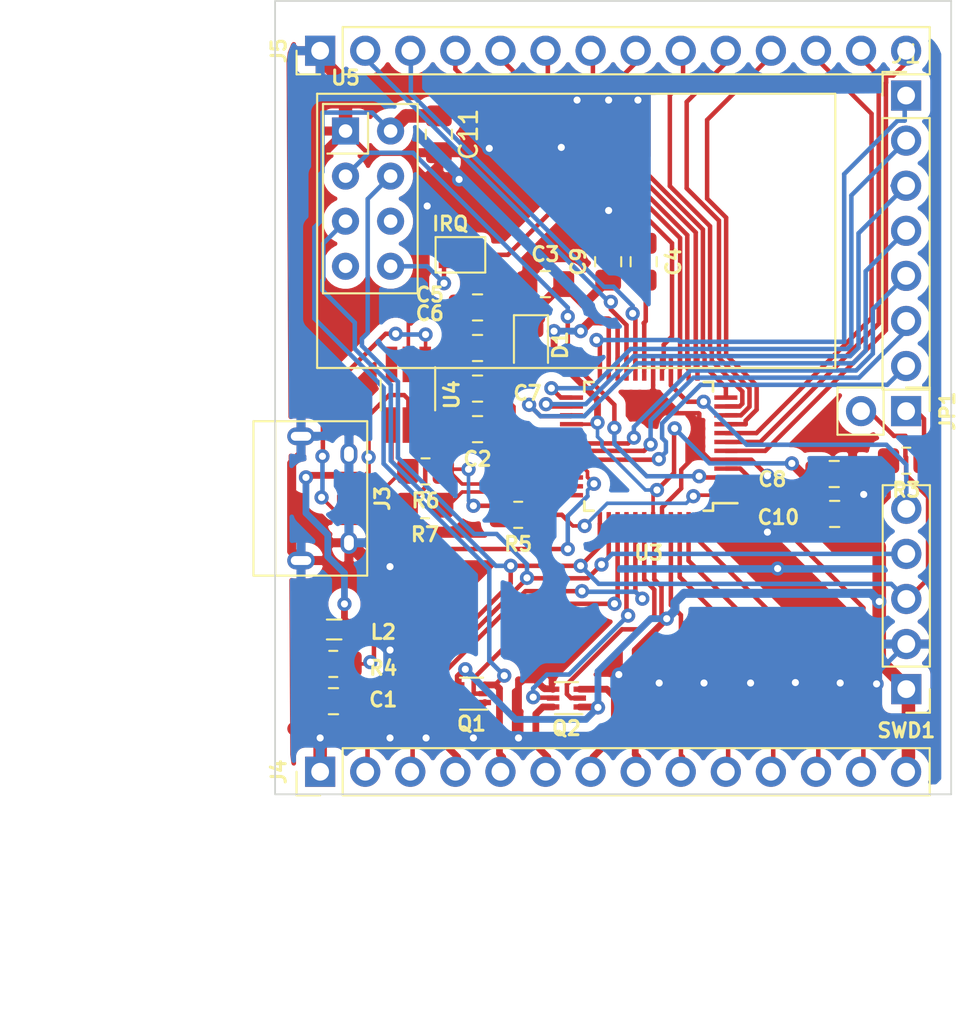
<source format=kicad_pcb>
(kicad_pcb (version 20171130) (host pcbnew 5.1.9+dfsg1-1)
  (layers (0 F.Cu signal) (31 B.Cu signal) (34 B.Paste user) (35 F.Paste user) (36 B.SilkS user) (37 F.SilkS user) (38 B.Mask user) (39 F.Mask user) (44 Edge.Cuts user))
  (net 0 "")
  (net 1 GND)
  (net 2 3.3V)
  (net 3 "Net-(C7-Pad1)")
  (net 4 RESET)
  (net 5 /USB/USB_5V)
  (net 6 /USB/ID)
  (net 7 USB_DMPU)
  (net 8 /USB/D-)
  (net 9 /USB/D+)
  (net 10 OUT_OD1)
  (net 11 "Net-(Q1-Pad2)")
  (net 12 "Net-(Q1-Pad5)")
  (net 13 "Net-(Q2-Pad5)")
  (net 14 "Net-(Q2-Pad2)")
  (net 15 AUX2_3.3V)
  (net 16 OUT_OD2)
  (net 17 USART1_CS)
  (net 18 USART1_SCK)
  (net 19 USART1_CE)
  (net 20 USART1_TX_MOSI)
  (net 21 USART1_RX_MISO)
  (net 22 USART0_CS)
  (net 23 USART0_CLK)
  (net 24 USART0_RX_MISO)
  (net 25 USART0_TX_MOSI)
  (net 26 I2C_SCL)
  (net 27 I2C_SDA)
  (net 28 /USB/DR-)
  (net 29 /USB/DR+)
  (net 30 /USB/VBUS)
  (net 31 USB_5v)
  (net 32 USB_VREGO)
  (net 33 /Prog/I2C_PULLUP)
  (net 34 AUX1_3.3V)
  (net 35 PE13)
  (net 36 PE12)
  (net 37 PE11)
  (net 38 PE10)
  (net 39 PA1)
  (net 40 PB11)
  (net 41 PA10)
  (net 42 PA9)
  (net 43 PA8)
  (net 44 PC4)
  (net 45 PC3)
  (net 46 PC2)
  (net 47 PC10)
  (net 48 PC9)
  (net 49 PC8)
  (net 50 PD4)
  (net 51 PD5)
  (net 52 "Net-(JP2-Pad2)")
  (module Connector_PinHeader_2.54mm:PinHeader_1x14_P2.54mm_Vertical (layer F.Cu) (at 13.97 55.626 90)
    (fp_text reference J4 (at 0 -2.33 270) (layer F.SilkS) (effects (font (size 0.8 0.8) (thickness 0.17))))
    (fp_text value Conn_01x14_Male)
    (pad 14 thru_hole oval (at 0 33.02 90) (size 1.7 1.7) (drill 1) (layers *.Cu *.Mask) (net 2 3.3V))
    (pad 13 thru_hole oval (at 0 30.48 90) (size 1.7 1.7) (drill 1) (layers *.Cu *.Mask) (net 39 PA1))
    (pad 12 thru_hole oval (at 0 27.94 90) (size 1.7 1.7) (drill 1) (layers *.Cu *.Mask) (net 35 PE13))
    (pad 11 thru_hole oval (at 0 25.4 90) (size 1.7 1.7) (drill 1) (layers *.Cu *.Mask) (net 36 PE12))
    (pad 10 thru_hole oval (at 0 22.86 90) (size 1.7 1.7) (drill 1) (layers *.Cu *.Mask) (net 37 PE11))
    (pad 9 thru_hole oval (at 0 20.32 90) (size 1.7 1.7) (drill 1) (layers *.Cu *.Mask) (net 38 PE10))
    (pad 8 thru_hole oval (at 0 17.78 90) (size 1.7 1.7) (drill 1) (layers *.Cu *.Mask) (net 2 3.3V))
    (pad 7 thru_hole oval (at 0 15.24 90) (size 1.7 1.7) (drill 1) (layers *.Cu *.Mask) (net 16 OUT_OD2))
    (pad 6 thru_hole oval (at 0 12.7 90) (size 1.7 1.7) (drill 1) (layers *.Cu *.Mask) (net 15 AUX2_3.3V))
    (pad 5 thru_hole oval (at 0 10.16 90) (size 1.7 1.7) (drill 1) (layers *.Cu *.Mask) (net 34 AUX1_3.3V))
    (pad 4 thru_hole oval (at 0 7.62 90) (size 1.7 1.7) (drill 1) (layers *.Cu *.Mask) (net 10 OUT_OD1))
    (pad 3 thru_hole oval (at 0 5.08 90) (size 1.7 1.7) (drill 1) (layers *.Cu *.Mask) (net 17 USART1_CS))
    (pad 2 thru_hole oval (at 0 2.54 90) (size 1.7 1.7) (drill 1) (layers *.Cu *.Mask) (net 18 USART1_SCK))
    (pad 1 thru_hole rect (at 0 0 90) (size 1.7 1.7) (drill 1) (layers *.Cu *.Mask) (net 1 GND))
  )
  (module Jumper:SolderJumper-2_P1.3mm_Open_TrianglePad1.0x1.5mm (layer F.Cu) (at 21.875 26.5 180)
    (fp_text reference IRQ (at 0.575 1.75) (layer F.SilkS) (effects (font (size 0.8 0.8) (thickness 0.16))))
    (fp_text value Jumper_NO_Small)
    (pad 1 smd custom (at -0.725 0 180) (size 0.3 0.3) (layers F.Cu F.Mask) (net 40 PB11) (options (clearance outline) (anchor rect)) (primitives (gr_poly (pts (xy -0.5 -0.75) (xy 0.5 -0.75) (xy 1 0) (xy 0.5 0.75) (xy -0.5 0.75)) (width 0))))
    (pad 2 smd custom (at 0.725 0 180) (size 0.3 0.3) (layers F.Cu F.Mask) (net 52 "Net-(JP2-Pad2)") (options (clearance outline) (anchor rect)) (primitives (gr_poly (pts (xy -0.65 -0.75) (xy 0.5 -0.75) (xy 0.5 0.75) (xy -0.65 0.75) (xy -0.15 0)) (width 0))))
  )
  (module Connector_PinHeader_2.54mm:PinHeader_1x07_P2.54mm_Vertical (layer F.Cu) (at 46.99 17.526)
    (fp_text reference J1 (at 0 -2.33) (layer F.SilkS))
    (fp_text value Conn_01x06_Male)
    (pad 7 thru_hole oval (at 0 15.24) (size 1.7 1.7) (drill 1) (layers *.Cu *.Mask) (net 47 PC10))
    (pad 6 thru_hole oval (at 0 12.7) (size 1.7 1.7) (drill 1) (layers *.Cu *.Mask) (net 48 PC9))
    (pad 5 thru_hole oval (at 0 10.16) (size 1.7 1.7) (drill 1) (layers *.Cu *.Mask) (net 49 PC8))
    (pad 4 thru_hole oval (at 0 7.62) (size 1.7 1.7) (drill 1) (layers *.Cu *.Mask) (net 20 USART1_TX_MOSI))
    (pad 3 thru_hole oval (at 0 5.08) (size 1.7 1.7) (drill 1) (layers *.Cu *.Mask) (net 21 USART1_RX_MISO))
    (pad 2 thru_hole oval (at 0 2.54) (size 1.7 1.7) (drill 1) (layers *.Cu *.Mask) (net 51 PD5))
    (pad 1 thru_hole rect (at 0 0) (size 1.7 1.7) (drill 1) (layers *.Cu *.Mask) (net 50 PD4))
  )
  (module Capacitor_SMD:C_0805_2012Metric_Pad1.18x1.45mm_HandSolder (layer F.Cu) (at 20.66 19.71 270)
    (fp_text reference C11 (at 0 -1.68 90) (layer F.SilkS))
    (fp_text value 100n)
    (pad 2 smd roundrect (at 1.0375 0 270) (size 1.175 1.45) (layers F.Cu F.Paste F.Mask) (roundrect_rratio 0.212766) (net 1 GND))
    (pad 1 smd roundrect (at -1.0375 0 270) (size 1.175 1.45) (layers F.Cu F.Paste F.Mask) (roundrect_rratio 0.212766) (net 34 AUX1_3.3V))
  )
  (module Pin_Headers:Pin_Header_Straight_1x05_Pitch2.54mm (layer F.Cu) (at 47 50.97 180)
    (fp_text reference SWD1 (at 0 -2.33 180) (layer F.SilkS) (effects (font (size 0.8 0.8) (thickness 0.17))))
    (fp_text value Conn_01x05)
    (pad 1 thru_hole rect (at 0 0 180) (size 1.7 1.7) (drill 1) (layers *.Cu *.Mask) (net 2 3.3V))
    (pad 2 thru_hole oval (at 0 2.54 180) (size 1.7 1.7) (drill 1) (layers *.Cu *.Mask) (net 1 GND))
    (pad 3 thru_hole oval (at 0 5.08 180) (size 1.7 1.7) (drill 1) (layers *.Cu *.Mask) (net 18 USART1_SCK))
    (pad 4 thru_hole oval (at 0 7.62 180) (size 1.7 1.7) (drill 1) (layers *.Cu *.Mask) (net 17 USART1_CS))
    (pad 5 thru_hole oval (at 0 10.16 180) (size 1.7 1.7) (drill 1) (layers *.Cu *.Mask) (net 4 RESET))
  )
  (module Resistor_SMD:R_0805_2012Metric_Pad1.20x1.40mm_HandSolder (layer F.Cu) (at 19.877 40.606 180)
    (fp_text reference R7 (at 0 -1.65) (layer F.SilkS) (effects (font (size 0.8 0.8) (thickness 0.17))))
    (fp_text value 15)
    (pad 2 smd roundrect (at 1 0 180) (size 1.2 1.4) (layers F.Cu F.Paste F.Mask) (roundrect_rratio 0.208333) (net 29 /USB/DR+))
    (pad 1 smd roundrect (at -1 0 180) (size 1.2 1.4) (layers F.Cu F.Paste F.Mask) (roundrect_rratio 0.208333) (net 9 /USB/D+))
  )
  (module Resistor_SMD:R_0805_2012Metric_Pad1.20x1.40mm_HandSolder (layer F.Cu) (at 19.91 38.701 180)
    (fp_text reference R6 (at 0 -1.65) (layer F.SilkS) (effects (font (size 0.8 0.8) (thickness 0.17))))
    (fp_text value 15)
    (pad 2 smd roundrect (at 1 0 180) (size 1.2 1.4) (layers F.Cu F.Paste F.Mask) (roundrect_rratio 0.208333) (net 28 /USB/DR-))
    (pad 1 smd roundrect (at -1 0 180) (size 1.2 1.4) (layers F.Cu F.Paste F.Mask) (roundrect_rratio 0.208333) (net 8 /USB/D-))
  )
  (module Resistor_SMD:R_0805_2012Metric_Pad1.20x1.40mm_HandSolder (layer F.Cu) (at 25.13 41.148 180)
    (fp_text reference R5 (at 0 -1.65) (layer F.SilkS) (effects (font (size 0.8 0.8) (thickness 0.17))))
    (fp_text value 3.3k)
    (pad 2 smd roundrect (at 1 0 180) (size 1.2 1.4) (layers F.Cu F.Paste F.Mask) (roundrect_rratio 0.208333) (net 8 /USB/D-))
    (pad 1 smd roundrect (at -1 0 180) (size 1.2 1.4) (layers F.Cu F.Paste F.Mask) (roundrect_rratio 0.208333) (net 7 USB_DMPU))
  )
  (module Resistor_SMD:R_0805_2012Metric_Pad1.20x1.40mm_HandSolder (layer F.Cu) (at 14.71 49.55)
    (fp_text reference R4 (at 2.816 0.234) (layer F.SilkS) (effects (font (size 0.8 0.8) (thickness 0.17))))
    (fp_text value 100)
    (pad 2 smd roundrect (at 1 0) (size 1.2 1.4) (layers F.Cu F.Paste F.Mask) (roundrect_rratio 0.208333) (net 31 USB_5v))
    (pad 1 smd roundrect (at -1 0) (size 1.2 1.4) (layers F.Cu F.Paste F.Mask) (roundrect_rratio 0.208333) (net 5 /USB/USB_5V))
  )
  (module Resistor_SMD:R_0805_2012Metric_Pad1.20x1.40mm_HandSolder (layer F.Cu) (at 47 38.1 180)
    (fp_text reference R3 (at 0 -1.65) (layer F.SilkS) (effects (font (size 0.8 0.8) (thickness 0.17))))
    (fp_text value 3.3k)
    (pad 2 smd roundrect (at 1 0 180) (size 1.2 1.4) (layers F.Cu F.Paste F.Mask) (roundrect_rratio 0.208333) (net 2 3.3V))
    (pad 1 smd roundrect (at -1 0 180) (size 1.2 1.4) (layers F.Cu F.Paste F.Mask) (roundrect_rratio 0.208333) (net 33 /Prog/I2C_PULLUP))
  )
  (module Inductor_SMD:L_0805_2012Metric_Pad1.05x1.20mm_HandSolder (layer F.Cu) (at 14.76 47.61 180)
    (fp_text reference L2 (at -2.766 -0.142) (layer F.SilkS) (effects (font (size 0.8 0.8) (thickness 0.17))))
    (fp_text value BLM21PG221)
    (pad 2 smd roundrect (at 1.15 0 180) (size 1.05 1.2) (layers F.Cu F.Paste F.Mask) (roundrect_rratio 0.238095) (net 5 /USB/USB_5V))
    (pad 1 smd roundrect (at -1.15 0 180) (size 1.05 1.2) (layers F.Cu F.Paste F.Mask) (roundrect_rratio 0.238095) (net 30 /USB/VBUS))
  )
  (module Diode_SMD:D_0805_2012Metric (layer F.Cu) (at 25.85 31.5875 270)
    (fp_text reference D1 (at 0 -1.65 90) (layer F.SilkS) (effects (font (size 0.8 0.8) (thickness 0.17))))
    (fp_text value D_Schottky)
    (pad 2 smd roundrect (at 0.9375 0 270) (size 0.975 1.4) (layers F.Cu F.Paste F.Mask) (net 32 USB_VREGO))
    (pad 1 smd roundrect (at -0.9375 0 270) (size 0.975 1.4) (layers F.Cu F.Paste F.Mask) (net 2 3.3V))
  )
  (module Capacitor_SMD:C_0805_2012Metric_Pad1.18x1.45mm_HandSolder (layer F.Cu) (at 42.9625 41.1)
    (fp_text reference C10 (at -3.171 0.188) (layer F.SilkS) (effects (font (size 0.8 0.8) (thickness 0.17))))
    (fp_text value 100n)
    (pad 2 smd roundrect (at 1.0375 0) (size 1.175 1.45) (layers F.Cu F.Paste F.Mask) (roundrect_rratio 0.212766) (net 1 GND))
    (pad 1 smd roundrect (at -1.0375 0) (size 1.175 1.45) (layers F.Cu F.Paste F.Mask) (roundrect_rratio 0.212766) (net 2 3.3V))
  )
  (module Capacitor_SMD:C_0805_2012Metric_Pad1.18x1.45mm_HandSolder (layer F.Cu) (at 30.2 26.8875 90)
    (fp_text reference C9 (at 0 -1.68 90) (layer F.SilkS) (effects (font (size 0.8 0.8) (thickness 0.17))))
    (fp_text value 100n)
    (pad 2 smd roundrect (at 1.0375 0 90) (size 1.175 1.45) (layers F.Cu F.Paste F.Mask) (roundrect_rratio 0.212766) (net 1 GND))
    (pad 1 smd roundrect (at -1.0375 0 90) (size 1.175 1.45) (layers F.Cu F.Paste F.Mask) (roundrect_rratio 0.212766) (net 2 3.3V))
  )
  (module Capacitor_SMD:C_0805_2012Metric_Pad1.18x1.45mm_HandSolder (layer F.Cu) (at 42.9375 38.85)
    (fp_text reference C8 (at -3.4875 0.3) (layer F.SilkS) (effects (font (size 0.8 0.8) (thickness 0.17))))
    (fp_text value 100n)
    (pad 2 smd roundrect (at 1.0375 0) (size 1.175 1.45) (layers F.Cu F.Paste F.Mask) (roundrect_rratio 0.212766) (net 1 GND))
    (pad 1 smd roundrect (at -1.0375 0) (size 1.175 1.45) (layers F.Cu F.Paste F.Mask) (roundrect_rratio 0.212766) (net 2 3.3V))
  )
  (module Capacitor_SMD:C_0805_2012Metric_Pad1.18x1.45mm_HandSolder (layer F.Cu) (at 22.8385 34.036 180)
    (fp_text reference C7 (at -2.8155 -0.254) (layer F.SilkS) (effects (font (size 0.8 0.8) (thickness 0.17))))
    (fp_text value 1u)
    (pad 2 smd roundrect (at 1.0375 0 180) (size 1.175 1.45) (layers F.Cu F.Paste F.Mask) (roundrect_rratio 0.212766) (net 1 GND))
    (pad 1 smd roundrect (at -1.0375 0 180) (size 1.175 1.45) (layers F.Cu F.Paste F.Mask) (roundrect_rratio 0.212766) (net 3 "Net-(C7-Pad1)"))
  )
  (module Capacitor_SMD:C_0805_2012Metric_Pad1.18x1.45mm_HandSolder (layer F.Cu) (at 22.8385 31.75 180)
    (fp_text reference C6 (at 2.6885 1.95) (layer F.SilkS) (effects (font (size 0.8 0.8) (thickness 0.17))))
    (fp_text value 100n)
    (pad 2 smd roundrect (at 1.0375 0 180) (size 1.175 1.45) (layers F.Cu F.Paste F.Mask) (roundrect_rratio 0.212766) (net 1 GND))
    (pad 1 smd roundrect (at -1.0375 0 180) (size 1.175 1.45) (layers F.Cu F.Paste F.Mask) (roundrect_rratio 0.212766) (net 2 3.3V))
  )
  (module Capacitor_SMD:C_0805_2012Metric_Pad1.18x1.45mm_HandSolder (layer F.Cu) (at 22.8385 29.464 180)
    (fp_text reference C5 (at 2.6885 0.714) (layer F.SilkS) (effects (font (size 0.8 0.8) (thickness 0.17))))
    (fp_text value 10u)
    (pad 2 smd roundrect (at 1.0375 0 180) (size 1.175 1.45) (layers F.Cu F.Paste F.Mask) (roundrect_rratio 0.212766) (net 1 GND))
    (pad 1 smd roundrect (at -1.0375 0 180) (size 1.175 1.45) (layers F.Cu F.Paste F.Mask) (roundrect_rratio 0.212766) (net 2 3.3V))
  )
  (module Capacitor_SMD:C_0805_2012Metric_Pad1.18x1.45mm_HandSolder (layer F.Cu) (at 32.2 26.8875 270)
    (fp_text reference C4 (at 0 -1.68 90) (layer F.SilkS) (effects (font (size 0.8 0.8) (thickness 0.17))))
    (fp_text value 10n)
    (pad 2 smd roundrect (at 1.0375 0 270) (size 1.175 1.45) (layers F.Cu F.Paste F.Mask) (roundrect_rratio 0.212766) (net 2 3.3V))
    (pad 1 smd roundrect (at -1.0375 0 270) (size 1.175 1.45) (layers F.Cu F.Paste F.Mask) (roundrect_rratio 0.212766) (net 1 GND))
  )
  (module Capacitor_SMD:C_0805_2012Metric_Pad1.18x1.45mm_HandSolder (layer F.Cu) (at 26.6604 28.1496)
    (fp_text reference C3 (at 0 -1.68) (layer F.SilkS) (effects (font (size 0.8 0.8) (thickness 0.17))))
    (fp_text value 10n)
    (pad 2 smd roundrect (at 1.0375 0) (size 1.175 1.45) (layers F.Cu F.Paste F.Mask) (roundrect_rratio 0.212766) (net 2 3.3V))
    (pad 1 smd roundrect (at -1.0375 0) (size 1.175 1.45) (layers F.Cu F.Paste F.Mask) (roundrect_rratio 0.212766) (net 1 GND))
  )
  (module Capacitor_SMD:C_0805_2012Metric_Pad1.18x1.45mm_HandSolder (layer F.Cu) (at 22.8385 36.322 180)
    (fp_text reference C2 (at 0 -1.68) (layer F.SilkS) (effects (font (size 0.8 0.8) (thickness 0.17))))
    (fp_text value 1u)
    (pad 2 smd roundrect (at 1.0375 0 180) (size 1.175 1.45) (layers F.Cu F.Paste F.Mask) (roundrect_rratio 0.212766) (net 1 GND))
    (pad 1 smd roundrect (at -1.0375 0 180) (size 1.175 1.45) (layers F.Cu F.Paste F.Mask) (roundrect_rratio 0.212766) (net 32 USB_VREGO))
  )
  (module Capacitor_SMD:C_0805_2012Metric_Pad1.18x1.45mm_HandSolder (layer F.Cu) (at 14.72 51.65 180)
    (fp_text reference C1 (at -2.806 0.088) (layer F.SilkS) (effects (font (size 0.8 0.8) (thickness 0.17))))
    (fp_text value 4.7u)
    (pad 2 smd roundrect (at 1.0375 0 180) (size 1.175 1.45) (layers F.Cu F.Paste F.Mask) (roundrect_rratio 0.212766) (net 1 GND))
    (pad 1 smd roundrect (at -1.0375 0 180) (size 1.175 1.45) (layers F.Cu F.Paste F.Mask) (roundrect_rratio 0.212766) (net 31 USB_5v))
  )
  (module RF_Module:nRF24L01_Breakout (layer F.Cu) (at 15.4 19.525)
    (fp_text reference U5 (at 0 -3 180) (layer F.SilkS) (effects (font (size 0.8 0.8) (thickness 0.17))))
    (fp_text value NRF24L01_Breakout)
    (pad 1 thru_hole rect (at 0 0) (size 1.524 1.524) (drill 0.762) (layers *.Cu *.Mask) (net 1 GND))
    (pad 2 thru_hole circle (at 2.54 0) (size 1.524 1.524) (drill 0.762) (layers *.Cu *.Mask) (net 34 AUX1_3.3V))
    (pad 3 thru_hole circle (at 0 2.54) (size 1.524 1.524) (drill 0.762) (layers *.Cu *.Mask) (net 19 USART1_CE))
    (pad 4 thru_hole circle (at 2.54 2.54) (size 1.524 1.524) (drill 0.762) (layers *.Cu *.Mask) (net 17 USART1_CS))
    (pad 5 thru_hole circle (at 0 5.08) (size 1.524 1.524) (drill 0.762) (layers *.Cu *.Mask) (net 18 USART1_SCK))
    (pad 6 thru_hole circle (at 2.54 5.08) (size 1.524 1.524) (drill 0.762) (layers *.Cu *.Mask))
    (pad 7 thru_hole circle (at 0 7.62) (size 1.524 1.524) (drill 0.762) (layers *.Cu *.Mask))
    (pad 8 thru_hole circle (at 2.54 7.62) (size 1.524 1.524) (drill 0.762) (layers *.Cu *.Mask) (net 52 "Net-(JP2-Pad2)"))
  )
  (module 0_eurocad:SOT-563-slim (layer F.Cu) (at 27.85 51.475 180)
    (fp_text reference Q2 (at 0 -1.7 180) (layer F.SilkS) (effects (font (size 0.8 0.8) (thickness 0.17))))
    (fp_text value NTZD3155C)
    (pad 5 smd rect (at 0.75 0 180) (size 0.7 0.3) (layers F.Cu F.Paste F.Mask) (net 13 "Net-(Q2-Pad5)"))
    (pad 4 smd rect (at 0.75 0.5 180) (size 0.7 0.3) (layers F.Cu F.Paste F.Mask) (net 1 GND))
    (pad 2 smd rect (at -0.75 0 180) (size 0.7 0.3) (layers F.Cu F.Paste F.Mask) (net 14 "Net-(Q2-Pad2)"))
    (pad 6 smd rect (at 0.75 -0.5 180) (size 0.7 0.3) (layers F.Cu F.Paste F.Mask) (net 15 AUX2_3.3V))
    (pad 3 smd rect (at -0.75 0.5 180) (size 0.7 0.3) (layers F.Cu F.Paste F.Mask) (net 16 OUT_OD2))
    (pad 1 smd rect (at -0.75 -0.5 180) (size 0.7 0.3) (layers F.Cu F.Paste F.Mask) (net 2 3.3V))
  )
  (module 0_eurocad:SOT-563-slim (layer F.Cu) (at 22.5 51.225 180)
    (fp_text reference Q1 (at 0 -1.7 180) (layer F.SilkS) (effects (font (size 0.8 0.8) (thickness 0.17))))
    (fp_text value NTZD3155C)
    (pad 5 smd rect (at 0.75 0 180) (size 0.7 0.3) (layers F.Cu F.Paste F.Mask) (net 12 "Net-(Q1-Pad5)"))
    (pad 4 smd rect (at 0.75 0.5 180) (size 0.7 0.3) (layers F.Cu F.Paste F.Mask) (net 2 3.3V))
    (pad 2 smd rect (at -0.75 0 180) (size 0.7 0.3) (layers F.Cu F.Paste F.Mask) (net 11 "Net-(Q1-Pad2)"))
    (pad 6 smd rect (at 0.75 -0.5 180) (size 0.7 0.3) (layers F.Cu F.Paste F.Mask) (net 10 OUT_OD1))
    (pad 3 smd rect (at -0.75 0.5 180) (size 0.7 0.3) (layers F.Cu F.Paste F.Mask) (net 34 AUX1_3.3V))
    (pad 1 smd rect (at -0.75 -0.5 180) (size 0.7 0.3) (layers F.Cu F.Paste F.Mask) (net 1 GND))
  )
  (module Housings_QFP:TQFP-48_7x7mm_Pitch0.5mm (layer F.Cu) (at 32.4824 37.2936 180)
    (fp_text reference U3 (at 0 -6) (layer F.SilkS) (effects (font (size 0.8 0.8) (thickness 0.17))))
    (fp_text value EFM32HG322F64G-B-QFP48)
    (pad 48 smd rect (at -2.75 -4.35 270) (size 1.3 0.25) (layers F.Cu F.Paste F.Mask) (net 35 PE13))
    (pad 47 smd rect (at -2.25 -4.35 270) (size 1.3 0.25) (layers F.Cu F.Paste F.Mask) (net 36 PE12))
    (pad 46 smd rect (at -1.75 -4.35 270) (size 1.3 0.25) (layers F.Cu F.Paste F.Mask) (net 37 PE11))
    (pad 45 smd rect (at -1.25 -4.35 270) (size 1.3 0.25) (layers F.Cu F.Paste F.Mask) (net 38 PE10))
    (pad 44 smd rect (at -0.75 -4.35 270) (size 1.3 0.25) (layers F.Cu F.Paste F.Mask) (net 1 GND))
    (pad 43 smd rect (at -0.25 -4.35 270) (size 1.3 0.25) (layers F.Cu F.Paste F.Mask) (net 2 3.3V))
    (pad 42 smd rect (at 0.25 -4.35 270) (size 1.3 0.25) (layers F.Cu F.Paste F.Mask) (net 14 "Net-(Q2-Pad2)"))
    (pad 41 smd rect (at 0.75 -4.35 270) (size 1.3 0.25) (layers F.Cu F.Paste F.Mask) (net 12 "Net-(Q1-Pad5)"))
    (pad 40 smd rect (at 1.25 -4.35 270) (size 1.3 0.25) (layers F.Cu F.Paste F.Mask) (net 13 "Net-(Q2-Pad5)"))
    (pad 39 smd rect (at 1.75 -4.35 270) (size 1.3 0.25) (layers F.Cu F.Paste F.Mask) (net 11 "Net-(Q1-Pad2)"))
    (pad 38 smd rect (at 2.25 -4.35 270) (size 1.3 0.25) (layers F.Cu F.Paste F.Mask) (net 17 USART1_CS))
    (pad 37 smd rect (at 2.75 -4.35 270) (size 1.3 0.25) (layers F.Cu F.Paste F.Mask) (net 18 USART1_SCK))
    (pad 36 smd rect (at 4.35 -2.75 180) (size 1.3 0.25) (layers F.Cu F.Paste F.Mask) (net 9 /USB/D+))
    (pad 35 smd rect (at 4.35 -2.25 180) (size 1.3 0.25) (layers F.Cu F.Paste F.Mask) (net 8 /USB/D-))
    (pad 34 smd rect (at 4.35 -1.75 180) (size 1.3 0.25) (layers F.Cu F.Paste F.Mask) (net 32 USB_VREGO))
    (pad 33 smd rect (at 4.35 -1.25 180) (size 1.3 0.25) (layers F.Cu F.Paste F.Mask) (net 31 USB_5v))
    (pad 32 smd rect (at 4.35 -0.75 180) (size 1.3 0.25) (layers F.Cu F.Paste F.Mask) (net 47 PC10))
    (pad 31 smd rect (at 4.35 -0.25 180) (size 1.3 0.25) (layers F.Cu F.Paste F.Mask) (net 48 PC9))
    (pad 30 smd rect (at 4.35 0.25 180) (size 1.3 0.25) (layers F.Cu F.Paste F.Mask) (net 49 PC8))
    (pad 29 smd rect (at 4.35 0.75 180) (size 1.3 0.25) (layers F.Cu F.Paste F.Mask) (net 3 "Net-(C7-Pad1)"))
    (pad 28 smd rect (at 4.35 1.25 180) (size 1.3 0.25) (layers F.Cu F.Paste F.Mask) (net 2 3.3V))
    (pad 27 smd rect (at 4.35 1.75 180) (size 1.3 0.25) (layers F.Cu F.Paste F.Mask) (net 20 USART1_TX_MOSI))
    (pad 26 smd rect (at 4.35 2.25 180) (size 1.3 0.25) (layers F.Cu F.Paste F.Mask) (net 21 USART1_RX_MISO))
    (pad 25 smd rect (at 4.35 2.75 180) (size 1.3 0.25) (layers F.Cu F.Paste F.Mask) (net 51 PD5))
    (pad 24 smd rect (at 2.75 4.35 270) (size 1.3 0.25) (layers F.Cu F.Paste F.Mask) (net 50 PD4))
    (pad 23 smd rect (at 2.25 4.35 270) (size 1.3 0.25) (layers F.Cu F.Paste F.Mask) (net 2 3.3V))
    (pad 22 smd rect (at 1.75 4.35 270) (size 1.3 0.25) (layers F.Cu F.Paste F.Mask) (net 2 3.3V))
    (pad 21 smd rect (at 1.25 4.35 270) (size 1.3 0.25) (layers F.Cu F.Paste F.Mask) (net 22 USART0_CS))
    (pad 20 smd rect (at 0.75 4.35 270) (size 1.3 0.25) (layers F.Cu F.Paste F.Mask) (net 23 USART0_CLK))
    (pad 19 smd rect (at 0.25 4.35 270) (size 1.3 0.25) (layers F.Cu F.Paste F.Mask) (net 2 3.3V))
    (pad 18 smd rect (at -0.25 4.35 270) (size 1.3 0.25) (layers F.Cu F.Paste F.Mask) (net 1 GND))
    (pad 17 smd rect (at -0.75 4.35 270) (size 1.3 0.25) (layers F.Cu F.Paste F.Mask) (net 40 PB11))
    (pad 16 smd rect (at -1.25 4.35 270) (size 1.3 0.25) (layers F.Cu F.Paste F.Mask) (net 4 RESET))
    (pad 15 smd rect (at -1.75 4.35 270) (size 1.3 0.25) (layers F.Cu F.Paste F.Mask) (net 41 PA10))
    (pad 14 smd rect (at -2.25 4.35 270) (size 1.3 0.25) (layers F.Cu F.Paste F.Mask) (net 42 PA9))
    (pad 13 smd rect (at -2.75 4.35 270) (size 1.3 0.25) (layers F.Cu F.Paste F.Mask) (net 43 PA8))
    (pad 12 smd rect (at -4.35 2.75 180) (size 1.3 0.25) (layers F.Cu F.Paste F.Mask) (net 24 USART0_RX_MISO))
    (pad 11 smd rect (at -4.35 2.25 180) (size 1.3 0.25) (layers F.Cu F.Paste F.Mask) (net 25 USART0_TX_MOSI))
    (pad 10 smd rect (at -4.35 1.75 180) (size 1.3 0.25) (layers F.Cu F.Paste F.Mask) (net 44 PC4))
    (pad 9 smd rect (at -4.35 1.25 180) (size 1.3 0.25) (layers F.Cu F.Paste F.Mask) (net 45 PC3))
    (pad 8 smd rect (at -4.35 0.75 180) (size 1.3 0.25) (layers F.Cu F.Paste F.Mask) (net 46 PC2))
    (pad 7 smd rect (at -4.35 0.25 180) (size 1.3 0.25) (layers F.Cu F.Paste F.Mask) (net 26 I2C_SCL))
    (pad 6 smd rect (at -4.35 -0.25 180) (size 1.3 0.25) (layers F.Cu F.Paste F.Mask) (net 27 I2C_SDA))
    (pad 5 smd rect (at -4.35 -0.75 180) (size 1.3 0.25) (layers F.Cu F.Paste F.Mask) (net 1 GND))
    (pad 4 smd rect (at -4.35 -1.25 180) (size 1.3 0.25) (layers F.Cu F.Paste F.Mask) (net 2 3.3V))
    (pad 3 smd rect (at -4.35 -1.75 180) (size 1.3 0.25) (layers F.Cu F.Paste F.Mask) (net 19 USART1_CE))
    (pad 2 smd rect (at -4.35 -2.25 180) (size 1.3 0.25) (layers F.Cu F.Paste F.Mask) (net 39 PA1))
    (pad 1 smd rect (at -4.35 -2.75 180) (size 1.3 0.25) (layers F.Cu F.Paste F.Mask) (net 7 USB_DMPU))
  )
  (module Connectors:USB_Micro-B (layer F.Cu) (at 14.242 40.225 270)
    (fp_text reference J3 (at 0 -3.24 90) (layer F.SilkS) (effects (font (size 0.8 0.8) (thickness 0.17))))
    (fp_text value USB_B_Micro)
    (pad 1 smd rect (at -1.3 -1.35) (size 1.35 0.4) (layers F.Cu F.Paste F.Mask) (net 30 /USB/VBUS))
    (pad 2 smd rect (at -0.65 -1.35) (size 1.35 0.4) (layers F.Cu F.Paste F.Mask) (net 28 /USB/DR-))
    (pad 3 smd rect (at 0 -1.35) (size 1.35 0.4) (layers F.Cu F.Paste F.Mask) (net 29 /USB/DR+))
    (pad 4 smd rect (at 0.65 -1.35) (size 1.35 0.4) (layers F.Cu F.Paste F.Mask) (net 6 /USB/ID))
    (pad 5 smd rect (at 1.3 -1.35) (size 1.35 0.4) (layers F.Cu F.Paste F.Mask) (net 1 GND))
    (pad 6 thru_hole oval (at -2.5 -1.35) (size 0.95 1.25) (drill oval 0.55 0.85) (layers *.Cu *.Mask) (net 1 GND))
    (pad 6 thru_hole oval (at 2.5 -1.35) (size 0.95 1.25) (drill oval 0.55 0.85) (layers *.Cu *.Mask) (net 1 GND))
    (pad 6 thru_hole oval (at -3.5 1.35) (size 1.55 1) (drill oval 1.15 0.5) (layers *.Cu *.Mask) (net 1 GND))
    (pad 6 thru_hole oval (at 3.5 1.35) (size 1.55 1) (drill oval 1.15 0.5) (layers *.Cu *.Mask) (net 1 GND))
  )
  (module Pin_Headers:Pin_Header_Straight_1x02_Pitch2.54mm (layer F.Cu) (at 46.99 35.306 270)
    (fp_text reference JP1 (at 0 -2.33 270) (layer F.SilkS) (effects (font (size 0.8 0.8) (thickness 0.17))))
    (fp_text value Prog)
    (pad 1 thru_hole rect (at 0 0 270) (size 1.7 1.7) (drill 1) (layers *.Cu *.Mask) (net 33 /Prog/I2C_PULLUP))
    (pad 2 thru_hole oval (at 0 2.54 270) (size 1.7 1.7) (drill 1) (layers *.Cu *.Mask) (net 18 USART1_SCK))
  )
  (module TO_SOT_Packages_SMD:TSOT-23-6_MK06A_HandSoldering (layer F.Cu) (at 18.941 34.383 270)
    (fp_text reference U4 (at 0 -2.45 90) (layer F.SilkS) (effects (font (size 0.8 0.8) (thickness 0.17))))
    (fp_text value IP4220CZ6)
    (pad 1 smd rect (at -1.71 -0.95 270) (size 2 0.65) (layers F.Cu F.Paste F.Mask) (net 6 /USB/ID))
    (pad 2 smd rect (at -1.71 0 270) (size 2 0.65) (layers F.Cu F.Paste F.Mask) (net 1 GND))
    (pad 3 smd rect (at -1.71 0.95 270) (size 2 0.65) (layers F.Cu F.Paste F.Mask))
    (pad 4 smd rect (at 1.71 0.95 270) (size 2 0.65) (layers F.Cu F.Paste F.Mask) (net 28 /USB/DR-))
    (pad 5 smd rect (at 1.71 0 270) (size 2 0.65) (layers F.Cu F.Paste F.Mask) (net 30 /USB/VBUS))
    (pad 6 smd rect (at 1.71 -0.95 270) (size 2 0.65) (layers F.Cu F.Paste F.Mask) (net 29 /USB/DR+))
  )
  (module Connector_PinHeader_2.54mm:PinHeader_1x14_P2.54mm_Vertical (layer F.Cu) (at 13.97 15 90)
    (fp_text reference J5 (at 0 -2.33 270) (layer F.SilkS) (effects (font (size 0.8 0.8) (thickness 0.17))))
    (fp_text value Conn_01x14_Male)
    (pad 1 thru_hole rect (at 0 0 90) (size 1.7 1.7) (drill 1) (layers *.Cu *.Mask) (net 1 GND))
    (pad 2 thru_hole oval (at 0 2.54 90) (size 1.7 1.7) (drill 1) (layers *.Cu *.Mask) (net 22 USART0_CS))
    (pad 3 thru_hole oval (at 0 5.08 90) (size 1.7 1.7) (drill 1) (layers *.Cu *.Mask) (net 23 USART0_CLK))
    (pad 4 thru_hole oval (at 0 7.62 90) (size 1.7 1.7) (drill 1) (layers *.Cu *.Mask) (net 40 PB11))
    (pad 5 thru_hole oval (at 0 10.16 90) (size 1.7 1.7) (drill 1) (layers *.Cu *.Mask) (net 41 PA10))
    (pad 6 thru_hole oval (at 0 12.7 90) (size 1.7 1.7) (drill 1) (layers *.Cu *.Mask) (net 42 PA9))
    (pad 7 thru_hole oval (at 0 15.24 90) (size 1.7 1.7) (drill 1) (layers *.Cu *.Mask) (net 43 PA8))
    (pad 8 thru_hole oval (at 0 17.78 90) (size 1.7 1.7) (drill 1) (layers *.Cu *.Mask) (net 24 USART0_RX_MISO))
    (pad 9 thru_hole oval (at 0 20.32 90) (size 1.7 1.7) (drill 1) (layers *.Cu *.Mask) (net 25 USART0_TX_MOSI))
    (pad 10 thru_hole oval (at 0 22.86 90) (size 1.7 1.7) (drill 1) (layers *.Cu *.Mask) (net 44 PC4))
    (pad 11 thru_hole oval (at 0 25.4 90) (size 1.7 1.7) (drill 1) (layers *.Cu *.Mask) (net 45 PC3))
    (pad 12 thru_hole oval (at 0 27.94 90) (size 1.7 1.7) (drill 1) (layers *.Cu *.Mask) (net 46 PC2))
    (pad 13 thru_hole oval (at 0 30.48 90) (size 1.7 1.7) (drill 1) (layers *.Cu *.Mask) (net 26 I2C_SCL))
    (pad 14 thru_hole oval (at 0 33.02 90) (size 1.7 1.7) (drill 1) (layers *.Cu *.Mask) (net 27 I2C_SDA))
  )
  (gr_poly (pts (xy 49.53 56.896) (xy 11.43 56.896) (xy 11.43 12.192) (xy 49.53 12.192)) (layer Edge.Cuts) (width 0.1))
  (via (at 27 34.01451) (size 0.8) (drill 0.4) (layers F.Cu B.Cu) (net 51))
  (segment (start 28.1324 34.5436) (end 27.52909 34.5436) (width 0.254) (layer F.Cu) (net 51))
  (segment (start 27.52909 34.5436) (end 27 34.01451) (width 0.254) (layer F.Cu) (net 51))
  (segment (start 44.58 46.3872) (end 44.58 54.8) (width 0.254) (layer F.Cu) (net 39))
  (segment (start 37.7364 39.5436) (end 44.58 46.3872) (width 0.254) (layer F.Cu) (net 39))
  (segment (start 36.8324 39.5436) (end 37.7364 39.5436) (width 0.254) (layer F.Cu) (net 39))
  (segment (start 32.2084 27.9356) (end 32.2284 27.9156) (width 0.762) (layer F.Cu) (net 2))
  (segment (start 32.2284 28.0406) (end 32.2284 27.9156) (width 0.25) (layer F.Cu) (net 2))
  (segment (start 35.9324 38.0436) (end 35.4796 37.5908) (width 0.25) (layer F.Cu) (net 1))
  (segment (start 36.8324 38.0436) (end 35.9324 38.0436) (width 0.25) (layer F.Cu) (net 1))
  (segment (start 15.592 41.525) (end 15.592 42.725) (width 0.25) (layer F.Cu) (net 1))
  (segment (start 15.592 42.725) (end 15.592 43.708) (width 0.25) (layer F.Cu) (net 1))
  (segment (start 15.592 43.708) (end 12.5 46.8) (width 0.25) (layer F.Cu) (net 1))
  (segment (start 12.5 46.8) (end 12.5 53.2) (width 0.25) (layer F.Cu) (net 1))
  (segment (start 12.892 46.408) (end 12.5 46.8) (width 0.25) (layer F.Cu) (net 1))
  (segment (start 12.892 43.725) (end 12.892 46.408) (width 0.25) (layer F.Cu) (net 1))
  (segment (start 21.801 36.322) (end 21.801 34.036) (width 0.508) (layer F.Cu) (net 1))
  (segment (start 21.801 34.036) (end 21.801 31.75) (width 0.508) (layer F.Cu) (net 1))
  (segment (start 21.801 31.75) (end 21.801 29.464) (width 0.508) (layer F.Cu) (net 1))
  (segment (start 21.801 29.464) (end 21.801 29.253) (width 0.508) (layer F.Cu) (net 1))
  (segment (start 22.9044 28.1496) (end 25.6229 28.1496) (width 0.508) (layer F.Cu) (net 1))
  (segment (start 21.801 29.253) (end 22.9044 28.1496) (width 0.508) (layer F.Cu) (net 1))
  (segment (start 25.6229 28.1496) (end 25.6229 27.7171) (width 0.508) (layer F.Cu) (net 1))
  (segment (start 32.2084 28.1481) (end 32.2284 28.1281) (width 0.508) (layer F.Cu) (net 2))
  (segment (start 18.941 32.673) (end 18.941 30.209) (width 0.2032) (layer F.Cu) (net 1))
  (segment (start 18.941 30.209) (end 19.686 29.464) (width 0.2032) (layer F.Cu) (net 1))
  (segment (start 23.25 51.725) (end 22.95 52.025) (width 0.381) (layer F.Cu) (net 1))
  (segment (start 35.3342 37.5908) (end 35.4796 37.5908) (width 0.25) (layer F.Cu) (net 1))
  (segment (start 19.686 29.464) (end 19.986 29.464) (width 0.2032) (layer F.Cu) (net 1))
  (segment (start 19.986 29.464) (end 21.801 29.464) (width 0.2032) (layer F.Cu) (net 1))
  (segment (start 19.986 22.136) (end 18.65 20.8) (width 0.254) (layer F.Cu) (net 1))
  (segment (start 16.675 20.8) (end 15.4 19.525) (width 0.254) (layer F.Cu) (net 1))
  (segment (start 18.65 20.8) (end 16.675 20.8) (width 0.254) (layer F.Cu) (net 1))
  (via (at 45.325 50.675) (size 0.8) (drill 0.4) (layers F.Cu B.Cu) (net 1))
  (segment (start 45.325 50.105) (end 45.325 50.675) (width 0.254) (layer B.Cu) (net 1))
  (segment (start 47 48.43) (end 45.325 50.105) (width 0.254) (layer B.Cu) (net 1))
  (via (at 43.275 50.625) (size 0.8) (drill 0.4) (layers F.Cu B.Cu) (net 1))
  (segment (start 43.325 50.675) (end 43.275 50.625) (width 0.254) (layer B.Cu) (net 1))
  (segment (start 45.325 50.675) (end 43.325 50.675) (width 0.254) (layer B.Cu) (net 1))
  (via (at 40.75 50.6) (size 0.8) (drill 0.4) (layers F.Cu B.Cu) (net 1))
  (segment (start 40.775 50.625) (end 40.75 50.6) (width 0.254) (layer B.Cu) (net 1))
  (segment (start 43.275 50.625) (end 40.775 50.625) (width 0.254) (layer B.Cu) (net 1))
  (segment (start 38.25 50.6) (end 38.225 50.625) (width 0.254) (layer B.Cu) (net 1))
  (via (at 38.225 50.625) (size 0.8) (drill 0.4) (layers F.Cu B.Cu) (net 1))
  (segment (start 40.75 50.6) (end 38.25 50.6) (width 0.254) (layer B.Cu) (net 1))
  (via (at 35.6 50.625) (size 0.8) (drill 0.4) (layers F.Cu B.Cu) (net 1))
  (segment (start 38.225 50.625) (end 35.6 50.625) (width 0.254) (layer B.Cu) (net 1))
  (via (at 33.075 50.625) (size 0.8) (drill 0.4) (layers F.Cu B.Cu) (net 1))
  (segment (start 35.6 50.625) (end 33.075 50.625) (width 0.254) (layer B.Cu) (net 1))
  (via (at 30.8 50.15) (size 0.8) (drill 0.4) (layers F.Cu B.Cu) (net 1))
  (segment (start 31.275 50.625) (end 30.8 50.15) (width 0.254) (layer B.Cu) (net 1))
  (segment (start 33.075 50.625) (end 31.275 50.625) (width 0.254) (layer B.Cu) (net 1))
  (via (at 39.75 44.175) (size 0.8) (drill 0.4) (layers F.Cu B.Cu) (net 1))
  (segment (start 43.275 47.7) (end 39.75 44.175) (width 0.254) (layer F.Cu) (net 1))
  (segment (start 43.275 50.625) (end 43.275 47.7) (width 0.254) (layer F.Cu) (net 1))
  (via (at 39.175 42.125) (size 0.8) (drill 0.4) (layers F.Cu B.Cu) (net 1))
  (segment (start 39.75 42.7) (end 39.175 42.125) (width 0.254) (layer F.Cu) (net 1))
  (segment (start 39.75 44.175) (end 39.75 42.7) (width 0.254) (layer F.Cu) (net 1))
  (segment (start 43.875 39.2785) (end 43.9085 39.312) (width 0.508) (layer F.Cu) (net 1))
  (segment (start 35.3342 35.4592) (end 35.3 35.425) (width 0.254) (layer F.Cu) (net 1))
  (segment (start 35.3342 37.5908) (end 35.3342 35.4592) (width 0.254) (layer F.Cu) (net 1))
  (segment (start 32.7324 33.8436) (end 32.7324 32.9436) (width 0.25) (layer F.Cu) (net 1))
  (segment (start 32.7324 35.1574) (end 32.7324 33.8436) (width 0.25) (layer F.Cu) (net 1))
  (segment (start 33 35.425) (end 32.7324 35.1574) (width 0.25) (layer F.Cu) (net 1))
  (segment (start 35.3 35.425) (end 33 35.425) (width 0.25) (layer F.Cu) (net 1))
  (segment (start 43.775 39.4455) (end 43.9085 39.312) (width 0.254) (layer F.Cu) (net 1))
  (segment (start 15.4 16.85) (end 14.1 15.55) (width 0.762) (layer F.Cu) (net 1))
  (segment (start 15.4 19.525) (end 15.4 16.85) (width 0.762) (layer F.Cu) (net 1))
  (segment (start 38.2686 38.0436) (end 39.175 38.95) (width 0.254) (layer F.Cu) (net 1))
  (segment (start 36.8324 38.0436) (end 38.2686 38.0436) (width 0.254) (layer F.Cu) (net 1))
  (segment (start 39.175 42.125) (end 39.175 38.95) (width 0.254) (layer B.Cu) (net 1))
  (via (at 39.175 38.95) (size 0.8) (drill 0.4) (layers F.Cu B.Cu) (net 1))
  (segment (start 12.365999 43.198999) (end 12.892 43.725) (width 0.508) (layer F.Cu) (net 1))
  (segment (start 12.365999 38.259001) (end 12.365999 43.198999) (width 0.508) (layer F.Cu) (net 1))
  (segment (start 12.892 37.733) (end 12.365999 38.259001) (width 0.508) (layer F.Cu) (net 1))
  (segment (start 12.892 36.725) (end 12.892 37.733) (width 0.508) (layer F.Cu) (net 1))
  (segment (start 12.892 22.033) (end 15.4 19.525) (width 0.508) (layer F.Cu) (net 1))
  (segment (start 12.892 36.725) (end 12.892 22.033) (width 0.508) (layer F.Cu) (net 1))
  (segment (start 20.66 21.462) (end 19.986 22.136) (width 0.508) (layer F.Cu) (net 1))
  (segment (start 20.66 20.7475) (end 20.66 21.462) (width 0.508) (layer F.Cu) (net 1))
  (segment (start 43.13 40.62) (end 44.41 40.62) (width 0.254) (layer B.Cu) (net 1))
  (segment (start 41.625 42.125) (end 43.13 40.62) (width 0.254) (layer B.Cu) (net 1))
  (segment (start 39.175 42.125) (end 41.625 42.125) (width 0.254) (layer B.Cu) (net 1))
  (via (at 44.6 40) (size 0.8) (drill 0.4) (layers F.Cu B.Cu) (net 1))
  (segment (start 43.9085 39.9785) (end 44.52 40.59) (width 0.254) (layer F.Cu) (net 1))
  (segment (start 43.9085 39.312) (end 43.9085 39.9785) (width 0.254) (layer F.Cu) (net 1))
  (segment (start 34.315406 39.660594) (end 34.315406 38.609594) (width 0.25) (layer F.Cu) (net 1))
  (segment (start 34.315406 38.609594) (end 35.3342 37.5908) (width 0.25) (layer F.Cu) (net 1))
  (segment (start 33.2324 41.6436) (end 33.2324 40.7436) (width 0.25) (layer F.Cu) (net 1))
  (segment (start 33.2324 40.7436) (end 34.315406 39.660594) (width 0.25) (layer F.Cu) (net 1))
  (segment (start 25.6229 28.1496) (end 25.6229 27.6271) (width 0.762) (layer F.Cu) (net 1))
  (segment (start 27.4 25.85) (end 30.2 25.85) (width 0.762) (layer F.Cu) (net 1))
  (segment (start 25.6229 27.6271) (end 27.4 25.85) (width 0.762) (layer F.Cu) (net 1))
  (segment (start 30.2 25.85) (end 32.2 25.85) (width 0.762) (layer F.Cu) (net 1))
  (via (at 20.002 23.75) (size 0.8) (drill 0.4) (layers F.Cu B.Cu) (net 1))
  (segment (start 19.986 23.734) (end 20.002 23.75) (width 0.254) (layer F.Cu) (net 1))
  (segment (start 19.986 29.464) (end 19.986 23.714) (width 0.254) (layer F.Cu) (net 1))
  (segment (start 19.986 23.714) (end 19.986 23.734) (width 0.254) (layer F.Cu) (net 1))
  (segment (start 19.986 23.714) (end 19.986 22.136) (width 0.254) (layer F.Cu) (net 1))
  (via (at 21.8 22.25) (size 0.8) (drill 0.4) (layers F.Cu B.Cu) (net 1))
  (segment (start 20.66 21.11) (end 21.8 22.25) (width 0.254) (layer F.Cu) (net 1))
  (segment (start 20.66 20.7475) (end 20.66 21.11) (width 0.254) (layer F.Cu) (net 1))
  (via (at 23.5 20.5) (size 0.8) (drill 0.4) (layers F.Cu B.Cu) (net 1))
  (segment (start 21.8 22.2) (end 23.5 20.5) (width 0.254) (layer F.Cu) (net 1))
  (segment (start 21.8 22.25) (end 21.8 22.2) (width 0.254) (layer F.Cu) (net 1))
  (via (at 13.97 53.721) (size 0.8) (drill 0.4) (layers F.Cu B.Cu) (net 1))
  (segment (start 13.449 53.2) (end 13.97 53.721) (width 0.762) (layer F.Cu) (net 1))
  (segment (start 12.5 53.2) (end 13.449 53.2) (width 0.762) (layer F.Cu) (net 1))
  (via (at 17.907 53.721) (size 0.8) (drill 0.4) (layers F.Cu B.Cu) (net 1))
  (segment (start 13.97 53.721) (end 17.907 53.721) (width 0.762) (layer B.Cu) (net 1))
  (via (at 19.939 53.721) (size 0.8) (drill 0.4) (layers F.Cu B.Cu) (net 1))
  (segment (start 17.907 53.721) (end 19.939 53.721) (width 0.762) (layer B.Cu) (net 1))
  (segment (start 19.939 53.721) (end 22.606 53.721) (width 0.762) (layer B.Cu) (net 1))
  (via (at 22.606 53.721) (size 0.8) (drill 0.4) (layers F.Cu B.Cu) (net 1))
  (via (at 25.146 53.721) (size 0.8) (drill 0.4) (layers F.Cu B.Cu) (net 1))
  (segment (start 22.606 53.721) (end 25.146 53.721) (width 0.762) (layer B.Cu) (net 1))
  (segment (start 27.075 50.975) (end 27.1 50.975) (width 0.381) (layer F.Cu) (net 1))
  (segment (start 26.625 50.95) (end 27.05 50.95) (width 0.381) (layer F.Cu) (net 1))
  (segment (start 26.575 50.9) (end 26.625 50.95) (width 0.381) (layer F.Cu) (net 1))
  (segment (start 26.545942 50.9) (end 26.575 50.9) (width 0.381) (layer F.Cu) (net 1))
  (segment (start 27.05 50.95) (end 27.075 50.975) (width 0.381) (layer F.Cu) (net 1))
  (segment (start 26.095942 50.45) (end 26.545942 50.9) (width 0.381) (layer F.Cu) (net 1))
  (segment (start 25.15 50.45) (end 26.095942 50.45) (width 0.381) (layer F.Cu) (net 1))
  (segment (start 25.146 50.454) (end 25.15 50.45) (width 0.381) (layer F.Cu) (net 1))
  (segment (start 25.146 53.721) (end 25.146 50.454) (width 0.381) (layer F.Cu) (net 1))
  (segment (start 13.97 53.721) (end 13.97 55.626) (width 0.762) (layer F.Cu) (net 1))
  (via (at 27.559 20.447) (size 0.8) (drill 0.4) (layers F.Cu B.Cu) (net 1))
  (segment (start 27.506 20.5) (end 27.559 20.447) (width 0.762) (layer B.Cu) (net 1))
  (segment (start 23.5 20.5) (end 27.506 20.5) (width 0.762) (layer B.Cu) (net 1))
  (via (at 30.226 24.003) (size 0.8) (drill 0.4) (layers F.Cu B.Cu) (net 1))
  (segment (start 27.559 21.336) (end 30.226 24.003) (width 0.762) (layer B.Cu) (net 1))
  (segment (start 27.559 20.447) (end 27.559 21.336) (width 0.762) (layer B.Cu) (net 1))
  (segment (start 30.226 25.824) (end 30.2 25.85) (width 0.762) (layer F.Cu) (net 1))
  (segment (start 30.226 24.003) (end 30.226 25.824) (width 0.762) (layer F.Cu) (net 1))
  (via (at 28.448 17.78) (size 0.8) (drill 0.4) (layers F.Cu B.Cu) (net 1))
  (segment (start 27.559 18.669) (end 28.448 17.78) (width 0.762) (layer B.Cu) (net 1))
  (segment (start 27.559 20.447) (end 27.559 18.669) (width 0.762) (layer B.Cu) (net 1))
  (via (at 30.226 17.78) (size 0.8) (drill 0.4) (layers F.Cu B.Cu) (net 1))
  (segment (start 28.448 17.78) (end 30.226 17.78) (width 0.762) (layer B.Cu) (net 1))
  (segment (start 30.226 17.78) (end 31.877 17.78) (width 0.762) (layer B.Cu) (net 1))
  (segment (start 31.877 17.78) (end 31.877 17.78) (width 0.762) (layer B.Cu) (net 1))
  (via (at 31.877 17.78) (size 0.8) (drill 0.4) (layers F.Cu B.Cu) (net 1))
  (via (at 17.907 48.768) (size 0.8) (drill 0.4) (layers F.Cu B.Cu) (net 1))
  (segment (start 17.907 53.721) (end 17.907 48.768) (width 0.762) (layer B.Cu) (net 1))
  (via (at 17.907 44.069) (size 0.8) (drill 0.4) (layers F.Cu B.Cu) (net 1))
  (segment (start 17.907 48.768) (end 17.907 44.069) (width 0.762) (layer B.Cu) (net 1))
  (segment (start 16.936 44.069) (end 15.592 42.725) (width 0.762) (layer F.Cu) (net 1))
  (segment (start 17.907 44.069) (end 16.936 44.069) (width 0.762) (layer F.Cu) (net 1))
  (segment (start 32.2284 33.0896) (end 32.2324 33.0936) (width 0.25) (layer F.Cu) (net 2))
  (segment (start 41.5394 39.3936) (end 41.621 39.312) (width 0.25) (layer F.Cu) (net 2))
  (segment (start 23.876 29.464) (end 23.876 31.75) (width 0.508) (layer F.Cu) (net 2))
  (segment (start 23.876 29.464) (end 26.3835 29.464) (width 0.508) (layer F.Cu) (net 2))
  (segment (start 32.2284 32.9396) (end 32.2324 32.9436) (width 0.2032) (layer F.Cu) (net 2))
  (segment (start 30.2324 30.2591) (end 30.1964 30.2231) (width 0.2032) (layer F.Cu) (net 2))
  (segment (start 41.7519 39.3936) (end 41.8335 39.312) (width 0.2032) (layer F.Cu) (net 2))
  (segment (start 30.25 32.9612) (end 30.2324 32.9436) (width 0.2032) (layer F.Cu) (net 2))
  (via (at 29.6 35.95) (size 0.8) (drill 0.4) (layers F.Cu B.Cu) (net 2))
  (segment (start 29.5064 36.0436) (end 29.6 35.95) (width 0.2032) (layer F.Cu) (net 2))
  (segment (start 28.1324 36.0436) (end 29.5064 36.0436) (width 0.2032) (layer F.Cu) (net 2))
  (via (at 32.95 39.75) (size 0.8) (drill 0.4) (layers F.Cu B.Cu) (net 2))
  (segment (start 32.7324 39.9676) (end 32.95 39.75) (width 0.2032) (layer F.Cu) (net 2))
  (segment (start 32.7324 41.6436) (end 32.7324 39.9676) (width 0.2032) (layer F.Cu) (net 2))
  (segment (start 32.8 44.792768) (end 33.206011 45.198779) (width 0.254) (layer F.Cu) (net 2))
  (segment (start 33.206011 45.198779) (end 33.20601 46.987447) (width 0.254) (layer F.Cu) (net 2))
  (segment (start 32.8 41.65) (end 32.8 44.792768) (width 0.254) (layer F.Cu) (net 2))
  (segment (start 32.7936 41.6436) (end 32.8 41.65) (width 0.254) (layer F.Cu) (net 2))
  (segment (start 32.7324 41.6436) (end 32.7936 41.6436) (width 0.254) (layer F.Cu) (net 2))
  (via (at 29.625 52) (size 0.8) (drill 0.4) (layers F.Cu B.Cu) (net 2))
  (segment (start 29.6 51.975) (end 29.625 52) (width 0.381) (layer F.Cu) (net 2))
  (segment (start 28.6 51.975) (end 29.6 51.975) (width 0.381) (layer F.Cu) (net 2))
  (via (at 33.5 47) (size 0.8) (drill 0.4) (layers F.Cu B.Cu) (net 2))
  (via (at 22.15 49.85) (size 0.8) (drill 0.4) (layers F.Cu B.Cu) (net 2))
  (segment (start 21.75 50.25) (end 22.15 49.85) (width 0.381) (layer F.Cu) (net 2))
  (segment (start 21.75 50.725) (end 21.75 50.25) (width 0.381) (layer F.Cu) (net 2))
  (segment (start 22.15 49.85) (end 24.975 52.675) (width 0.381) (layer B.Cu) (net 2))
  (segment (start 28.95 52.675) (end 29.625 52) (width 0.381) (layer B.Cu) (net 2))
  (segment (start 24.975 52.675) (end 28.95 52.675) (width 0.381) (layer B.Cu) (net 2))
  (segment (start 32.6 47) (end 33.5 47) (width 0.381) (layer B.Cu) (net 2))
  (segment (start 29.625 49.975) (end 32.6 47) (width 0.381) (layer B.Cu) (net 2))
  (segment (start 29.625 52) (end 29.625 49.975) (width 0.381) (layer B.Cu) (net 2))
  (segment (start 33.5 47) (end 31.725 48.775) (width 0.381) (layer F.Cu) (net 2))
  (segment (start 31.725 54.645) (end 31.88 54.8) (width 0.381) (layer F.Cu) (net 2))
  (segment (start 31.725 52.1) (end 31.725 54.645) (width 0.381) (layer F.Cu) (net 2))
  (segment (start 31.725 48.775) (end 31.725 52.1) (width 0.381) (layer F.Cu) (net 2))
  (segment (start 31.725 52.1) (end 31.725 52.35) (width 0.381) (layer F.Cu) (net 2))
  (segment (start 47 50.97) (end 46.295 50.97) (width 0.254) (layer F.Cu) (net 2))
  (segment (start 36.8324 38.5436) (end 37.6436 38.5436) (width 0.254) (layer F.Cu) (net 2))
  (segment (start 38.727001 39.627001) (end 38.727001 39.647001) (width 0.254) (layer F.Cu) (net 2))
  (segment (start 37.6436 38.5436) (end 38.727001 39.627001) (width 0.254) (layer F.Cu) (net 2))
  (segment (start 41.498499 39.647001) (end 41.8335 39.312) (width 0.254) (layer F.Cu) (net 2))
  (segment (start 38.727001 39.647001) (end 41.498499 39.647001) (width 0.254) (layer F.Cu) (net 2))
  (via (at 45.475 46.035) (size 0.8) (drill 0.4) (layers F.Cu B.Cu) (net 2))
  (segment (start 47 50.97) (end 47 50.71) (width 0.508) (layer F.Cu) (net 2))
  (segment (start 47.12 51.09) (end 47 50.97) (width 0.762) (layer F.Cu) (net 2))
  (segment (start 47.12 54.8) (end 47.12 51.09) (width 0.762) (layer F.Cu) (net 2))
  (segment (start 47 50.97) (end 47 50.88) (width 0.762) (layer F.Cu) (net 2))
  (segment (start 45.475 49.355) (end 45.475 46.035) (width 0.762) (layer F.Cu) (net 2))
  (segment (start 47 50.88) (end 45.475 49.355) (width 0.762) (layer F.Cu) (net 2))
  (segment (start 45.011011 45.571011) (end 45.475 46.035) (width 0.508) (layer B.Cu) (net 2))
  (segment (start 34.478989 45.571011) (end 45.011011 45.571011) (width 0.508) (layer B.Cu) (net 2))
  (segment (start 33.96 46.54) (end 33.96 46.09) (width 0.508) (layer B.Cu) (net 2))
  (segment (start 33.96 46.09) (end 34.478989 45.571011) (width 0.508) (layer B.Cu) (net 2))
  (segment (start 33.5 47) (end 33.96 46.54) (width 0.508) (layer B.Cu) (net 2))
  (segment (start 45.475 46.035) (end 45.475 42.9535) (width 0.762) (layer F.Cu) (net 2))
  (segment (start 46 40.142038) (end 45.475 40.667038) (width 0.254) (layer F.Cu) (net 2))
  (segment (start 45.475 40.667038) (end 45.475 42.9535) (width 0.254) (layer F.Cu) (net 2))
  (segment (start 46 37.94) (end 46 40.142038) (width 0.254) (layer F.Cu) (net 2))
  (segment (start 32.3 39.75) (end 32.95 39.75) (width 0.2032) (layer B.Cu) (net 2))
  (segment (start 29.85 37.3) (end 32.3 39.75) (width 0.2032) (layer B.Cu) (net 2))
  (segment (start 29.85 37) (end 29.85 37.3) (width 0.2032) (layer B.Cu) (net 2))
  (segment (start 29.6 36.75) (end 29.85 37) (width 0.2032) (layer B.Cu) (net 2))
  (segment (start 29.6 35.95) (end 29.6 36.75) (width 0.2032) (layer B.Cu) (net 2))
  (via (at 33.945027 36.278827) (size 0.8) (drill 0.4) (layers F.Cu B.Cu) (net 2))
  (segment (start 33.913395 38.786605) (end 33.913395 36.310459) (width 0.254) (layer F.Cu) (net 2))
  (segment (start 32.95 39.75) (end 33.913395 38.786605) (width 0.254) (layer F.Cu) (net 2))
  (segment (start 33.913395 36.310459) (end 33.945027 36.278827) (width 0.254) (layer F.Cu) (net 2))
  (segment (start 26.3835 29.376578) (end 27.610478 28.1496) (width 0.508) (layer F.Cu) (net 2))
  (segment (start 27.610478 28.1496) (end 27.6979 28.1496) (width 0.508) (layer F.Cu) (net 2))
  (segment (start 26.3835 29.464) (end 26.3835 29.376578) (width 0.508) (layer F.Cu) (net 2))
  (segment (start 29.7714 30.2231) (end 30.1964 30.2231) (width 0.508) (layer F.Cu) (net 2))
  (segment (start 27.15 32.211158) (end 27.15 30.8) (width 0.381) (layer F.Cu) (net 2))
  (segment (start 29.6 34.661158) (end 27.15 32.211158) (width 0.381) (layer F.Cu) (net 2))
  (via (at 27.15 30.8) (size 0.8) (drill 0.4) (layers F.Cu B.Cu) (net 2))
  (segment (start 29.6 35.95) (end 29.6 34.661158) (width 0.381) (layer F.Cu) (net 2))
  (segment (start 27.15 30.8) (end 28.65 30.8) (width 0.381) (layer B.Cu) (net 2))
  (via (at 28.65 30.8) (size 0.8) (drill 0.4) (layers F.Cu B.Cu) (net 2))
  (segment (start 29.2269 30.2231) (end 28.65 30.8) (width 0.508) (layer F.Cu) (net 2))
  (segment (start 30.1964 30.2231) (end 29.2269 30.2231) (width 0.508) (layer F.Cu) (net 2))
  (segment (start 28.84915 29.27585) (end 30.2 27.925) (width 0.508) (layer F.Cu) (net 2))
  (segment (start 28.82415 29.27585) (end 28.84915 29.27585) (width 0.508) (layer F.Cu) (net 2))
  (segment (start 27.6979 28.1496) (end 28.82415 29.27585) (width 0.508) (layer F.Cu) (net 2))
  (segment (start 28.82415 29.27585) (end 29.7714 30.2231) (width 0.508) (layer F.Cu) (net 2))
  (segment (start 41.8335 41.7335) (end 41.8335 39.312) (width 0.762) (layer F.Cu) (net 2))
  (segment (start 43.0535 42.9535) (end 41.8335 41.7335) (width 0.762) (layer F.Cu) (net 2))
  (segment (start 45.475 42.9535) (end 43.0535 42.9535) (width 0.762) (layer F.Cu) (net 2))
  (via (at 40.549998 38.25) (size 0.8) (drill 0.4) (layers F.Cu B.Cu) (net 2))
  (segment (start 41.149998 38.85) (end 40.549998 38.25) (width 0.508) (layer F.Cu) (net 2))
  (segment (start 41.9 38.85) (end 41.149998 38.85) (width 0.508) (layer F.Cu) (net 2))
  (segment (start 33.945027 36.278827) (end 35.9162 38.25) (width 0.254) (layer B.Cu) (net 2))
  (segment (start 35.9162 38.25) (end 40.549998 38.25) (width 0.254) (layer B.Cu) (net 2))
  (segment (start 30.2324 30.2591) (end 30.2324 32.9436) (width 0.254) (layer F.Cu) (net 2))
  (segment (start 30.7324 30.5824) (end 30.7324 32.9436) (width 0.254) (layer F.Cu) (net 2))
  (segment (start 30.4091 30.2591) (end 30.7324 30.5824) (width 0.254) (layer F.Cu) (net 2))
  (segment (start 30.2324 30.2591) (end 30.4091 30.2591) (width 0.254) (layer F.Cu) (net 2))
  (segment (start 26.3835 30.1165) (end 25.85 30.65) (width 0.508) (layer F.Cu) (net 2))
  (segment (start 26.3835 29.464) (end 26.3835 30.1165) (width 0.508) (layer F.Cu) (net 2))
  (segment (start 32.3176 28.0426) (end 32.2 27.925) (width 0.254) (layer F.Cu) (net 2))
  (segment (start 32.3176 30.2324) (end 32.3176 28.0426) (width 0.254) (layer F.Cu) (net 2))
  (segment (start 32.2324 30.3824) (end 32.2 30.35) (width 0.254) (layer F.Cu) (net 2))
  (segment (start 32.2 30.35) (end 32.3176 30.2324) (width 0.254) (layer F.Cu) (net 2))
  (segment (start 32.2324 32.9436) (end 32.2324 30.3824) (width 0.254) (layer F.Cu) (net 2))
  (segment (start 28.1324 36.5436) (end 25.3676 36.5436) (width 0.2032) (layer F.Cu) (net 3))
  (segment (start 25.3676 36.5436) (end 24.892 36.068) (width 0.2032) (layer F.Cu) (net 3))
  (segment (start 24.892 35.052) (end 23.876 34.036) (width 0.2032) (layer F.Cu) (net 3))
  (segment (start 24.892 36.068) (end 24.892 35.052) (width 0.2032) (layer F.Cu) (net 3))
  (segment (start 33.7324 32.9436) (end 33.7324 33.8476) (width 0.254) (layer F.Cu) (net 4))
  (segment (start 33.7324 33.8476) (end 34.663519 34.778719) (width 0.254) (layer F.Cu) (net 4))
  (segment (start 34.663519 34.778719) (end 35.578719 34.778719) (width 0.254) (layer F.Cu) (net 4))
  (via (at 35.578719 34.778719) (size 0.8) (drill 0.4) (layers F.Cu B.Cu) (net 4))
  (segment (start 38 37.2) (end 35.578719 34.778719) (width 0.254) (layer B.Cu) (net 4))
  (segment (start 47 38.325) (end 45.875 37.2) (width 0.254) (layer B.Cu) (net 4))
  (segment (start 45.875 37.2) (end 38 37.2) (width 0.254) (layer B.Cu) (net 4))
  (segment (start 47 40.81) (end 47 38.325) (width 0.254) (layer B.Cu) (net 4))
  (segment (start 13.61 49.45) (end 13.71 49.55) (width 0.381) (layer F.Cu) (net 5))
  (segment (start 13.61 47.61) (end 13.61 49.45) (width 0.381) (layer F.Cu) (net 5))
  (via (at 16.7 37.900008) (size 0.8) (drill 0.4) (layers F.Cu B.Cu) (net 30))
  (segment (start 16.7 35.563998) (end 16.7 37.900008) (width 0.25) (layer F.Cu) (net 30))
  (segment (start 17.863998 34.4) (end 16.7 35.563998) (width 0.25) (layer F.Cu) (net 30))
  (segment (start 16.9 38.100008) (end 16.7 37.900008) (width 0.25) (layer B.Cu) (net 30))
  (segment (start 18.941 36.093) (end 18.941 34.641) (width 0.25) (layer F.Cu) (net 30))
  (segment (start 18.941 34.641) (end 18.7 34.4) (width 0.25) (layer F.Cu) (net 30))
  (segment (start 16.7 38.742) (end 16.7 37.900008) (width 0.25) (layer F.Cu) (net 30))
  (segment (start 18.7 34.4) (end 17.863998 34.4) (width 0.25) (layer F.Cu) (net 30))
  (segment (start 15.592 38.925) (end 16.517 38.925) (width 0.25) (layer F.Cu) (net 30))
  (segment (start 16.517 38.925) (end 16.7 38.742) (width 0.25) (layer F.Cu) (net 30))
  (via (at 15.34 46.17) (size 0.8) (drill 0.4) (layers F.Cu B.Cu) (net 30))
  (segment (start 15.432 46.262) (end 15.34 46.17) (width 0.2032) (layer F.Cu) (net 30))
  (via (at 13.17 39.04) (size 0.8) (drill 0.4) (layers F.Cu B.Cu) (net 30))
  (segment (start 15.704 39.463) (end 15.592 39.575) (width 0.2032) (layer F.Cu) (net 28))
  (segment (start 17.991 38.132) (end 18.56 38.701) (width 0.25) (layer F.Cu) (net 28))
  (segment (start 17.991 36.093) (end 17.991 38.132) (width 0.25) (layer F.Cu) (net 28))
  (segment (start 19.891 36.093) (end 19.891 39.609) (width 0.25) (layer F.Cu) (net 29))
  (segment (start 18.894 40.606) (end 18.527 40.606) (width 0.25) (layer F.Cu) (net 29))
  (segment (start 19.891 39.609) (end 18.894 40.606) (width 0.25) (layer F.Cu) (net 29))
  (via (at 14.05 40.17) (size 0.8) (drill 0.4) (layers F.Cu B.Cu) (net 6))
  (segment (start 14.755 40.875) (end 14.05 40.17) (width 0.2032) (layer F.Cu) (net 6))
  (segment (start 15.592 40.875) (end 14.755 40.875) (width 0.2032) (layer F.Cu) (net 6))
  (via (at 19.91 30.99) (size 0.8) (drill 0.4) (layers F.Cu B.Cu) (net 6))
  (segment (start 19.91 32.654) (end 19.891 32.673) (width 0.2032) (layer F.Cu) (net 6))
  (segment (start 19.91 30.99) (end 19.91 32.654) (width 0.2032) (layer F.Cu) (net 6))
  (via (at 18.225 30.95) (size 0.8) (drill 0.4) (layers F.Cu B.Cu) (net 6))
  (segment (start 18.265 30.99) (end 18.225 30.95) (width 0.254) (layer B.Cu) (net 6))
  (segment (start 19.91 30.99) (end 18.265 30.99) (width 0.254) (layer B.Cu) (net 6))
  (segment (start 17.659315 30.95) (end 14.125 34.484315) (width 0.254) (layer F.Cu) (net 6))
  (segment (start 18.225 30.95) (end 17.659315 30.95) (width 0.254) (layer F.Cu) (net 6))
  (segment (start 14.125 34.484315) (end 14.125 37.083038) (width 0.254) (layer F.Cu) (net 6))
  (via (at 14.1 37.85) (size 0.8) (drill 0.4) (layers F.Cu B.Cu) (net 6))
  (segment (start 14.125 37.825) (end 14.1 37.85) (width 0.254) (layer F.Cu) (net 6))
  (segment (start 14.125 37.083038) (end 14.125 37.825) (width 0.254) (layer F.Cu) (net 6))
  (segment (start 14.1 40.12) (end 14.05 40.17) (width 0.254) (layer B.Cu) (net 6))
  (segment (start 14.1 37.85) (end 14.1 40.12) (width 0.254) (layer B.Cu) (net 6))
  (via (at 35 40.1) (size 0.8) (drill 0.4) (layers F.Cu B.Cu) (net 7))
  (segment (start 35.0564 40.0436) (end 35 40.1) (width 0.2032) (layer F.Cu) (net 7))
  (segment (start 36.8324 40.0436) (end 35.0564 40.0436) (width 0.2032) (layer F.Cu) (net 7))
  (segment (start 27.95 41.51) (end 28.215 41.775) (width 0.2032) (layer F.Cu) (net 7))
  (segment (start 28.215 41.775) (end 28.875 41.775) (width 0.2032) (layer F.Cu) (net 7))
  (via (at 28.875 41.775) (size 0.8) (drill 0.4) (layers F.Cu B.Cu) (net 7))
  (segment (start 30.15 40.5) (end 28.875 41.775) (width 0.2032) (layer B.Cu) (net 7))
  (segment (start 34.6 40.5) (end 30.15 40.5) (width 0.2032) (layer B.Cu) (net 7))
  (segment (start 35 40.1) (end 34.6 40.5) (width 0.2032) (layer B.Cu) (net 7))
  (segment (start 27.588 41.148) (end 27.95 41.51) (width 0.254) (layer F.Cu) (net 7))
  (segment (start 26.13 41.148) (end 27.588 41.148) (width 0.254) (layer F.Cu) (net 7))
  (segment (start 21.271 38.69) (end 21.26 38.701) (width 0.2032) (layer F.Cu) (net 8))
  (segment (start 21.809 39.25) (end 21.26 38.701) (width 0.18) (layer F.Cu) (net 8))
  (segment (start 21.971 39.412) (end 26.614125 39.412) (width 0.2) (layer F.Cu) (net 8))
  (segment (start 21.26 38.701) (end 21.971 39.412) (width 0.2) (layer F.Cu) (net 8))
  (segment (start 27.157399 39.5436) (end 28.1324 39.5436) (width 0.2) (layer F.Cu) (net 8))
  (segment (start 27.132399 39.5686) (end 27.157399 39.5436) (width 0.2) (layer F.Cu) (net 8))
  (segment (start 26.770725 39.5686) (end 27.132399 39.5686) (width 0.2) (layer F.Cu) (net 8))
  (segment (start 26.614125 39.412) (end 26.770725 39.5686) (width 0.2) (layer F.Cu) (net 8))
  (via (at 22.33 38.58) (size 0.8) (drill 0.4) (layers F.Cu B.Cu) (net 8))
  (segment (start 21.381 38.58) (end 21.26 38.701) (width 0.2032) (layer F.Cu) (net 8))
  (segment (start 22.33 38.58) (end 21.381 38.58) (width 0.2032) (layer F.Cu) (net 8))
  (via (at 22.606 40.64) (size 0.8) (drill 0.4) (layers F.Cu B.Cu) (net 8))
  (segment (start 22.33 38.58) (end 22.33 40.364) (width 0.2032) (layer B.Cu) (net 8))
  (segment (start 22.33 40.364) (end 22.606 40.64) (width 0.2032) (layer B.Cu) (net 8))
  (segment (start 23.622 40.64) (end 24.13 41.148) (width 0.254) (layer F.Cu) (net 8))
  (segment (start 22.606 40.64) (end 23.622 40.64) (width 0.254) (layer F.Cu) (net 8))
  (segment (start 27.6074 40.0436) (end 28.1324 40.0436) (width 0.2032) (layer F.Cu) (net 9))
  (segment (start 21.7894 40.0436) (end 21.227 40.606) (width 0.18) (layer F.Cu) (net 9))
  (segment (start 21.971 39.862) (end 26.427725 39.862) (width 0.2) (layer F.Cu) (net 9))
  (segment (start 21.227 40.606) (end 21.971 39.862) (width 0.2) (layer F.Cu) (net 9))
  (segment (start 27.157399 40.0436) (end 28.1324 40.0436) (width 0.2) (layer F.Cu) (net 9))
  (segment (start 27.132399 40.0186) (end 27.157399 40.0436) (width 0.2) (layer F.Cu) (net 9))
  (segment (start 26.584325 40.0186) (end 27.132399 40.0186) (width 0.2) (layer F.Cu) (net 9))
  (segment (start 26.427725 39.862) (end 26.584325 40.0186) (width 0.2) (layer F.Cu) (net 9))
  (segment (start 21.75 51.725) (end 21.125 51.725) (width 0.381) (layer F.Cu) (net 10))
  (segment (start 21.125 51.725) (end 20.85 52) (width 0.381) (layer F.Cu) (net 10))
  (segment (start 20.85 53.93) (end 21.72 54.8) (width 0.381) (layer F.Cu) (net 10))
  (segment (start 20.85 52) (end 20.85 53.93) (width 0.381) (layer F.Cu) (net 10))
  (via (at 30.55539 46.161338) (size 0.8) (drill 0.4) (layers F.Cu B.Cu) (net 11))
  (segment (start 22.622999 51.201999) (end 22.622999 50.353399) (width 0.254) (layer F.Cu) (net 11))
  (segment (start 23.25 51.225) (end 22.646 51.225) (width 0.254) (layer F.Cu) (net 11))
  (segment (start 22.646 51.225) (end 22.622999 51.201999) (width 0.254) (layer F.Cu) (net 11))
  (segment (start 22.622999 50.353399) (end 26.81506 46.161338) (width 0.254) (layer F.Cu) (net 11))
  (segment (start 30.7324 41.6436) (end 30.7324 45.984328) (width 0.254) (layer F.Cu) (net 11))
  (segment (start 26.81506 46.161338) (end 30.55539 46.161338) (width 0.254) (layer F.Cu) (net 11))
  (segment (start 30.7324 45.984328) (end 30.55539 46.161338) (width 0.254) (layer F.Cu) (net 11))
  (segment (start 21.75 51.225) (end 20.725 51.225) (width 0.254) (layer F.Cu) (net 12))
  (segment (start 20.725 51.209353) (end 20.662413 51.146766) (width 0.254) (layer F.Cu) (net 12))
  (segment (start 20.725 51.225) (end 20.725 51.209353) (width 0.254) (layer F.Cu) (net 12))
  (via (at 32.125 45.875) (size 0.8) (drill 0.4) (layers F.Cu B.Cu) (net 12))
  (segment (start 31.7324 45.4824) (end 31.7324 41.6436) (width 0.254) (layer F.Cu) (net 12))
  (segment (start 32.125 45.875) (end 31.7324 45.4824) (width 0.254) (layer F.Cu) (net 12))
  (segment (start 31.734337 45.484337) (end 32.125 45.875) (width 0.254) (layer B.Cu) (net 12))
  (via (at 28.725 45.45) (size 0.8) (drill 0.4) (layers F.Cu B.Cu) (net 12))
  (segment (start 28.759337 45.484337) (end 28.725 45.45) (width 0.254) (layer B.Cu) (net 12))
  (segment (start 31.734337 45.484337) (end 28.759337 45.484337) (width 0.254) (layer B.Cu) (net 12))
  (segment (start 25.543 45.45) (end 28.725 45.45) (width 0.254) (layer F.Cu) (net 12))
  (segment (start 20.725 50.268) (end 25.543 45.45) (width 0.254) (layer F.Cu) (net 12))
  (segment (start 20.725 51.225) (end 20.725 50.268) (width 0.254) (layer F.Cu) (net 12))
  (segment (start 31.2324 41.6436) (end 31.2324 46.415063) (width 0.254) (layer F.Cu) (net 13))
  (via (at 31.325 46.825) (size 0.8) (drill 0.4) (layers F.Cu B.Cu) (net 13))
  (segment (start 31.2324 46.7324) (end 31.325 46.825) (width 0.254) (layer F.Cu) (net 13))
  (segment (start 31.2324 46.415063) (end 31.2324 46.7324) (width 0.254) (layer F.Cu) (net 13))
  (segment (start 31.325 46.825) (end 28 50.15) (width 0.254) (layer B.Cu) (net 13))
  (segment (start 28 50.15) (end 26.75 50.15) (width 0.254) (layer B.Cu) (net 13))
  (via (at 25.975 51.425) (size 0.8) (drill 0.4) (layers F.Cu B.Cu) (net 13))
  (segment (start 25.975 50.925) (end 25.975 51.425) (width 0.254) (layer B.Cu) (net 13))
  (segment (start 26.75 50.15) (end 25.975 50.925) (width 0.254) (layer B.Cu) (net 13))
  (segment (start 27.075 51.45) (end 27.1 51.475) (width 0.254) (layer F.Cu) (net 13))
  (segment (start 26 51.45) (end 27.075 51.45) (width 0.254) (layer F.Cu) (net 13))
  (segment (start 25.975 51.425) (end 26 51.45) (width 0.254) (layer F.Cu) (net 13))
  (segment (start 32.022101 47.6) (end 32.802001 46.8201) (width 0.254) (layer F.Cu) (net 14))
  (segment (start 32.802001 46.8201) (end 32.802001 45.366125) (width 0.254) (layer F.Cu) (net 14))
  (segment (start 30.976398 47.6) (end 32.022101 47.6) (width 0.254) (layer F.Cu) (net 14))
  (segment (start 27.875 50.701398) (end 30.976398 47.6) (width 0.254) (layer F.Cu) (net 14))
  (segment (start 27.875 51.248602) (end 27.875 50.701398) (width 0.254) (layer F.Cu) (net 14))
  (segment (start 28.101398 51.475) (end 27.875 51.248602) (width 0.254) (layer F.Cu) (net 14))
  (segment (start 32.2324 44.796524) (end 32.2324 41.6436) (width 0.254) (layer F.Cu) (net 14))
  (segment (start 32.802001 45.366125) (end 32.2324 44.796524) (width 0.254) (layer F.Cu) (net 14))
  (segment (start 28.6 51.475) (end 28.101398 51.475) (width 0.254) (layer F.Cu) (net 14))
  (segment (start 26.520942 51.975) (end 26.125 52.370942) (width 0.381) (layer F.Cu) (net 15))
  (segment (start 27.1 51.975) (end 26.520942 51.975) (width 0.381) (layer F.Cu) (net 15))
  (segment (start 26.125 54.125) (end 26.8 54.8) (width 0.381) (layer F.Cu) (net 15))
  (segment (start 26.125 52.370942) (end 26.125 54.125) (width 0.381) (layer F.Cu) (net 15))
  (segment (start 28.6 50.975) (end 30.125 50.975) (width 0.381) (layer F.Cu) (net 16))
  (segment (start 30.125 50.975) (end 30.55 51.4) (width 0.381) (layer F.Cu) (net 16))
  (segment (start 30.55 53.59) (end 29.34 54.8) (width 0.381) (layer F.Cu) (net 16))
  (segment (start 30.55 51.4) (end 30.55 53.59) (width 0.381) (layer F.Cu) (net 16))
  (segment (start 30.425 43.35) (end 29.825 43.95) (width 0.254) (layer B.Cu) (net 17))
  (segment (start 47 43.35) (end 30.425 43.35) (width 0.254) (layer B.Cu) (net 17))
  (segment (start 30.2324 41.6436) (end 30.2324 43.5426) (width 0.254) (layer F.Cu) (net 17))
  (segment (start 30.2324 43.5426) (end 29.825 43.95) (width 0.254) (layer F.Cu) (net 17))
  (via (at 29.825 43.95) (size 0.8) (drill 0.4) (layers F.Cu B.Cu) (net 17))
  (segment (start 29.05 44.725) (end 29.825 43.95) (width 0.254) (layer F.Cu) (net 17))
  (via (at 25.625 44.7) (size 0.8) (drill 0.4) (layers F.Cu B.Cu) (net 17))
  (segment (start 25.65 44.725) (end 25.625 44.7) (width 0.254) (layer F.Cu) (net 17))
  (segment (start 25.65 44.725) (end 29.05 44.725) (width 0.254) (layer F.Cu) (net 17))
  (segment (start 16.65 23.355) (end 17.94 22.065) (width 0.254) (layer B.Cu) (net 17))
  (segment (start 16.325 31.225) (end 16.65 30.9) (width 0.254) (layer B.Cu) (net 17))
  (segment (start 16.325 31.625) (end 16.325 31.225) (width 0.254) (layer B.Cu) (net 17))
  (segment (start 18.354011 37.932655) (end 18.354011 33.654011) (width 0.254) (layer B.Cu) (net 17))
  (segment (start 22.646356 42.225) (end 18.354011 37.932655) (width 0.254) (layer B.Cu) (net 17))
  (segment (start 18.354011 33.654011) (end 16.325 31.625) (width 0.254) (layer B.Cu) (net 17))
  (segment (start 23.913043 42.225) (end 22.646356 42.225) (width 0.254) (layer B.Cu) (net 17))
  (segment (start 16.65 30.9) (end 16.65 23.355) (width 0.254) (layer B.Cu) (net 17))
  (segment (start 25.625 43.936957) (end 23.913043 42.225) (width 0.254) (layer B.Cu) (net 17))
  (segment (start 25.625 44.7) (end 25.625 43.936957) (width 0.254) (layer B.Cu) (net 17))
  (segment (start 25.633 44.725) (end 25.65 44.725) (width 0.254) (layer F.Cu) (net 17))
  (segment (start 19.18 51.178) (end 25.633 44.725) (width 0.254) (layer F.Cu) (net 17))
  (segment (start 19.18 54.8) (end 19.18 51.178) (width 0.254) (layer F.Cu) (net 17))
  (segment (start 47 45.89) (end 46.150001 45.040001) (width 0.254) (layer B.Cu) (net 18))
  (segment (start 29.665001 45.040001) (end 28.646281 44.021281) (width 0.254) (layer B.Cu) (net 18))
  (segment (start 46.150001 45.040001) (end 29.665001 45.040001) (width 0.254) (layer B.Cu) (net 18))
  (via (at 28.646281 44.021281) (size 0.8) (drill 0.4) (layers F.Cu B.Cu) (net 18))
  (segment (start 24.707362 44.021281) (end 28.646281 44.021281) (width 0.254) (layer F.Cu) (net 18))
  (segment (start 24.707362 44.021281) (end 24.696281 44.021281) (width 0.254) (layer F.Cu) (net 18))
  (segment (start 29.73439 42.933172) (end 28.646281 44.021281) (width 0.254) (layer F.Cu) (net 18))
  (segment (start 29.7324 41.6436) (end 29.73439 41.64559) (width 0.254) (layer F.Cu) (net 18))
  (segment (start 29.73439 41.64559) (end 29.73439 42.933172) (width 0.254) (layer F.Cu) (net 18))
  (via (at 24.707362 44.021281) (size 0.8) (drill 0.4) (layers F.Cu B.Cu) (net 18))
  (segment (start 44.86 35.26) (end 44.86 35.15) (width 0.254) (layer F.Cu) (net 18))
  (segment (start 46.3 36.7) (end 44.86 35.26) (width 0.254) (layer F.Cu) (net 18))
  (segment (start 46.95 36.7) (end 46.3 36.7) (width 0.254) (layer F.Cu) (net 18))
  (segment (start 46.95 37.87) (end 46.95 36.7) (width 0.254) (layer F.Cu) (net 18))
  (segment (start 46.99 38.91) (end 46.99 37.91) (width 0.254) (layer F.Cu) (net 18))
  (segment (start 48.225 44.75) (end 48.225 40.145) (width 0.254) (layer F.Cu) (net 18))
  (segment (start 48.225 40.145) (end 46.99 38.91) (width 0.254) (layer F.Cu) (net 18))
  (segment (start 47.085 45.89) (end 48.225 44.75) (width 0.254) (layer F.Cu) (net 18))
  (segment (start 46.99 37.91) (end 46.95 37.87) (width 0.254) (layer F.Cu) (net 18))
  (segment (start 47 45.89) (end 47.085 45.89) (width 0.254) (layer F.Cu) (net 18))
  (segment (start 14.15 25.855) (end 15.4 24.605) (width 0.254) (layer B.Cu) (net 18))
  (segment (start 14.15 27.9) (end 14.15 25.855) (width 0.254) (layer B.Cu) (net 18))
  (segment (start 14.1 27.95) (end 14.15 27.9) (width 0.254) (layer B.Cu) (net 18))
  (segment (start 15.920991 31.792347) (end 15.920991 30.320991) (width 0.254) (layer B.Cu) (net 18))
  (segment (start 17.95 33.821356) (end 15.920991 31.792347) (width 0.254) (layer B.Cu) (net 18))
  (segment (start 17.95 38.1) (end 17.95 33.821356) (width 0.254) (layer B.Cu) (net 18))
  (segment (start 23.871281 44.021281) (end 17.95 38.1) (width 0.254) (layer B.Cu) (net 18))
  (segment (start 14.1 28.5) (end 14.1 27.95) (width 0.254) (layer B.Cu) (net 18))
  (segment (start 15.920991 30.320991) (end 14.1 28.5) (width 0.254) (layer B.Cu) (net 18))
  (segment (start 24.707362 44.021281) (end 23.871281 44.021281) (width 0.254) (layer B.Cu) (net 18))
  (segment (start 24.707362 45.015638) (end 24.707362 44.021281) (width 0.254) (layer F.Cu) (net 18))
  (segment (start 16.64 53.083) (end 24.707362 45.015638) (width 0.254) (layer F.Cu) (net 18))
  (segment (start 16.64 54.8) (end 16.64 53.083) (width 0.254) (layer F.Cu) (net 18))
  (via (at 35.325 38.975) (size 0.8) (drill 0.4) (layers F.Cu B.Cu) (net 19))
  (segment (start 35.3936 39.0436) (end 35.325 38.975) (width 0.254) (layer F.Cu) (net 19))
  (segment (start 36.8324 39.0436) (end 35.3936 39.0436) (width 0.254) (layer F.Cu) (net 19))
  (segment (start 30.55 37.15) (end 30.55 36.25) (width 0.254) (layer B.Cu) (net 19))
  (segment (start 32.375 38.975) (end 30.55 37.15) (width 0.254) (layer B.Cu) (net 19))
  (segment (start 35.325 38.975) (end 32.375 38.975) (width 0.254) (layer B.Cu) (net 19))
  (via (at 30.55 36.25) (size 0.8) (drill 0.4) (layers F.Cu B.Cu) (net 19))
  (via (at 27.922743 29.979226) (size 0.8) (drill 0.4) (layers F.Cu B.Cu) (net 19))
  (segment (start 27.922743 32.322743) (end 27.922743 29.979226) (width 0.254) (layer F.Cu) (net 19))
  (segment (start 30.55 34.95) (end 27.922743 32.322743) (width 0.254) (layer F.Cu) (net 19))
  (segment (start 30.55 36.25) (end 30.55 34.95) (width 0.254) (layer F.Cu) (net 19))
  (segment (start 27.922743 29.472743) (end 27.922743 29.979226) (width 0.254) (layer B.Cu) (net 19))
  (segment (start 19.2 20.75) (end 27.922743 29.472743) (width 0.254) (layer B.Cu) (net 19))
  (segment (start 16.715 20.75) (end 19.2 20.75) (width 0.254) (layer B.Cu) (net 19))
  (segment (start 15.4 22.065) (end 16.715 20.75) (width 0.254) (layer B.Cu) (net 19))
  (segment (start 28.084713 35.591287) (end 26.386956 35.591287) (width 0.254) (layer F.Cu) (net 20))
  (segment (start 28.1324 35.5436) (end 28.084713 35.591287) (width 0.254) (layer F.Cu) (net 20))
  (via (at 25.745826 34.950157) (size 0.8) (drill 0.4) (layers F.Cu B.Cu) (net 20))
  (segment (start 26.386956 35.591287) (end 25.745826 34.950157) (width 0.254) (layer F.Cu) (net 20))
  (segment (start 26.386955 35.591286) (end 28.858714 35.591286) (width 0.254) (layer B.Cu) (net 20))
  (segment (start 44.002038 32.612033) (end 44.712033 31.902038) (width 0.254) (layer B.Cu) (net 20))
  (segment (start 28.858714 35.591286) (end 31.837967 32.612033) (width 0.254) (layer B.Cu) (net 20))
  (segment (start 31.837967 32.612033) (end 44.002038 32.612033) (width 0.254) (layer B.Cu) (net 20))
  (segment (start 25.745826 34.950157) (end 26.386955 35.591286) (width 0.254) (layer B.Cu) (net 20))
  (segment (start 44.712033 27.423967) (end 47.275678 24.860322) (width 0.254) (layer B.Cu) (net 20))
  (segment (start 44.712033 31.902038) (end 44.712033 27.423967) (width 0.254) (layer B.Cu) (net 20))
  (segment (start 37.759401 34.196999) (end 36.038412 32.47601) (width 0.254) (layer F.Cu) (net 25))
  (segment (start 36.038412 32.47601) (end 36.038412 31.904653) (width 0.254) (layer F.Cu) (net 25))
  (segment (start 36.038412 31.904653) (end 35.942419 31.80866) (width 0.254) (layer F.Cu) (net 25))
  (segment (start 36.8324 35.0436) (end 37.605999 35.0436) (width 0.254) (layer F.Cu) (net 25))
  (segment (start 37.605999 35.0436) (end 37.759401 34.890201) (width 0.254) (layer F.Cu) (net 25))
  (segment (start 37.759401 34.890201) (end 37.759401 34.196999) (width 0.254) (layer F.Cu) (net 25))
  (segment (start 38.779438 37.0436) (end 45.445989 30.377049) (width 0.254) (layer F.Cu) (net 26))
  (segment (start 45.445989 16.415989) (end 44.58 15.55) (width 0.254) (layer F.Cu) (net 26))
  (segment (start 45.445989 30.377049) (end 45.445989 16.415989) (width 0.254) (layer F.Cu) (net 26))
  (segment (start 36.8324 37.0436) (end 38.779438 37.0436) (width 0.254) (layer F.Cu) (net 26))
  (segment (start 46.271001 16.398999) (end 47.12 15.55) (width 0.254) (layer F.Cu) (net 27))
  (segment (start 45.918399 16.398999) (end 46.271001 16.398999) (width 0.254) (layer F.Cu) (net 27))
  (segment (start 45.862999 16.454399) (end 45.918399 16.398999) (width 0.254) (layer F.Cu) (net 27))
  (segment (start 45.862999 16.807001) (end 45.862999 16.454399) (width 0.254) (layer F.Cu) (net 27))
  (segment (start 39.0564 37.5436) (end 45.85 30.75) (width 0.254) (layer F.Cu) (net 27))
  (segment (start 36.8324 37.5436) (end 39.0564 37.5436) (width 0.254) (layer F.Cu) (net 27))
  (segment (start 45.85 30.75) (end 45.85 16.82) (width 0.254) (layer F.Cu) (net 27))
  (segment (start 45.85 16.82) (end 45.862999 16.807001) (width 0.254) (layer F.Cu) (net 27))
  (segment (start 15.772586 39.575) (end 15.592 39.575) (width 0.2) (layer F.Cu) (net 28))
  (segment (start 16.267002 39.575) (end 15.772586 39.575) (width 0.2) (layer F.Cu) (net 28))
  (segment (start 16.848002 40.156) (end 16.267002 39.575) (width 0.2) (layer F.Cu) (net 28))
  (segment (start 18.56 38.701) (end 17.105 40.156) (width 0.2) (layer F.Cu) (net 28))
  (segment (start 17.105 40.156) (end 16.848002 40.156) (width 0.2) (layer F.Cu) (net 28))
  (segment (start 15.605603 40.225) (end 15.592 40.225) (width 0.2) (layer F.Cu) (net 29))
  (segment (start 16.648002 40.606) (end 16.267002 40.225) (width 0.2) (layer F.Cu) (net 29))
  (segment (start 16.267002 40.225) (end 15.605603 40.225) (width 0.2) (layer F.Cu) (net 29))
  (segment (start 18.527 40.606) (end 16.648002 40.606) (width 0.2) (layer F.Cu) (net 29))
  (segment (start 15.34 47.04) (end 15.91 47.61) (width 0.381) (layer F.Cu) (net 30))
  (segment (start 15.34 46.17) (end 15.34 47.04) (width 0.381) (layer F.Cu) (net 30))
  (segment (start 15.34 46.17) (end 15.34 44.44) (width 0.381) (layer B.Cu) (net 30))
  (segment (start 15.34 44.44) (end 14.4 43.5) (width 0.381) (layer B.Cu) (net 30))
  (segment (start 14.4 43.5) (end 14.4 42.275) (width 0.381) (layer B.Cu) (net 30))
  (segment (start 13.17 41.045) (end 13.17 39.04) (width 0.381) (layer B.Cu) (net 30))
  (segment (start 14.4 42.275) (end 13.17 41.045) (width 0.381) (layer B.Cu) (net 30))
  (segment (start 13.285 38.925) (end 13.17 39.04) (width 0.381) (layer F.Cu) (net 30))
  (segment (start 15.592 38.925) (end 13.285 38.925) (width 0.381) (layer F.Cu) (net 30))
  (via (at 16.8 49.45) (size 0.8) (drill 0.4) (layers F.Cu B.Cu) (net 31))
  (segment (start 16.7 49.55) (end 16.8 49.45) (width 0.2032) (layer F.Cu) (net 31))
  (segment (start 15.71 49.55) (end 16.7 49.55) (width 0.2032) (layer F.Cu) (net 31))
  (via (at 29.4 39.4) (size 0.8) (drill 0.4) (layers F.Cu B.Cu) (net 31))
  (segment (start 29.040486 39.759514) (end 29.4 39.4) (width 0.2032) (layer B.Cu) (net 31))
  (segment (start 29.040486 40.1) (end 29.040486 39.759514) (width 0.2032) (layer B.Cu) (net 31))
  (segment (start 28.860282 38.5436) (end 28.1324 38.5436) (width 0.2032) (layer F.Cu) (net 31))
  (segment (start 29.034001 38.717319) (end 28.860282 38.5436) (width 0.2032) (layer F.Cu) (net 31))
  (segment (start 29.034001 39.034001) (end 29.034001 38.717319) (width 0.2032) (layer F.Cu) (net 31))
  (segment (start 29.4 39.4) (end 29.034001 39.034001) (width 0.2032) (layer F.Cu) (net 31))
  (via (at 27.925 43.075) (size 0.8) (drill 0.4) (layers F.Cu B.Cu) (net 31))
  (segment (start 27.925 41.215486) (end 27.925 43.075) (width 0.254) (layer B.Cu) (net 31))
  (segment (start 29.040486 40.1) (end 27.925 41.215486) (width 0.254) (layer B.Cu) (net 31))
  (segment (start 17 49.25) (end 16.8 49.45) (width 0.254) (layer F.Cu) (net 31))
  (segment (start 17 46.725) (end 17 49.25) (width 0.254) (layer F.Cu) (net 31))
  (segment (start 20.65 43.075) (end 17 46.725) (width 0.254) (layer F.Cu) (net 31))
  (segment (start 27.925 43.075) (end 20.65 43.075) (width 0.254) (layer F.Cu) (net 31))
  (segment (start 15.71 51.6025) (end 15.7575 51.65) (width 0.381) (layer F.Cu) (net 31))
  (segment (start 15.71 49.55) (end 15.71 51.6025) (width 0.381) (layer F.Cu) (net 31))
  (segment (start 28.1324 39.0436) (end 24.0576 39.0436) (width 0.2032) (layer F.Cu) (net 32))
  (segment (start 23.876 38.862) (end 23.876 36.322) (width 0.2032) (layer F.Cu) (net 32))
  (segment (start 24.0576 39.0436) (end 23.876 38.862) (width 0.2032) (layer F.Cu) (net 32))
  (segment (start 25.475 32.9) (end 25.85 32.525) (width 0.2032) (layer F.Cu) (net 32))
  (segment (start 23.2 32.9) (end 25.475 32.9) (width 0.2032) (layer F.Cu) (net 32))
  (segment (start 22.8 33.3) (end 23.2 32.9) (width 0.2032) (layer F.Cu) (net 32))
  (segment (start 22.8 35.7) (end 22.8 33.3) (width 0.2032) (layer F.Cu) (net 32))
  (segment (start 23.422 36.322) (end 22.8 35.7) (width 0.2032) (layer F.Cu) (net 32))
  (segment (start 23.876 36.322) (end 23.422 36.322) (width 0.2032) (layer F.Cu) (net 32))
  (segment (start 24.075 50.937098) (end 24.075 54.615) (width 0.381) (layer F.Cu) (net 34))
  (segment (start 23.872401 50.734499) (end 24.075 50.937098) (width 0.381) (layer F.Cu) (net 34))
  (segment (start 24.075 54.615) (end 24.26 54.8) (width 0.381) (layer F.Cu) (net 34))
  (segment (start 23.259499 50.734499) (end 23.872401 50.734499) (width 0.381) (layer F.Cu) (net 34))
  (segment (start 23.25 50.725) (end 23.259499 50.734499) (width 0.381) (layer F.Cu) (net 34))
  (via (at 24.344745 50.210069) (size 0.8) (drill 0.4) (layers F.Cu B.Cu) (net 34))
  (segment (start 23.829814 50.725) (end 24.344745 50.210069) (width 0.254) (layer F.Cu) (net 34))
  (segment (start 23.25 50.725) (end 23.829814 50.725) (width 0.254) (layer F.Cu) (net 34))
  (segment (start 24.344745 50.210069) (end 23.5 49.365324) (width 0.254) (layer B.Cu) (net 34))
  (segment (start 23.5 49.365324) (end 23.5 44.221356) (width 0.254) (layer B.Cu) (net 34))
  (segment (start 23.5 44.221356) (end 18.328644 39.05) (width 0.254) (layer B.Cu) (net 34))
  (segment (start 18.328644 39.05) (end 17.54599 38.267346) (width 0.254) (layer B.Cu) (net 34))
  (segment (start 17.54599 38.267346) (end 17.54599 35.075) (width 0.254) (layer B.Cu) (net 34))
  (segment (start 17.54599 35.075) (end 17.54599 34.97099) (width 0.254) (layer B.Cu) (net 34))
  (segment (start 18.7925 18.6725) (end 17.94 19.525) (width 0.762) (layer F.Cu) (net 34))
  (segment (start 20.66 18.6725) (end 18.7925 18.6725) (width 0.762) (layer F.Cu) (net 34))
  (segment (start 42.04 49.34) (end 42.04 54.8) (width 0.254) (layer F.Cu) (net 35))
  (segment (start 35.2324 42.5324) (end 42.04 49.34) (width 0.254) (layer F.Cu) (net 35))
  (segment (start 35.2324 41.6436) (end 35.2324 42.5324) (width 0.254) (layer F.Cu) (net 35))
  (segment (start 39.5 48.503644) (end 39.5 54.8) (width 0.254) (layer F.Cu) (net 36))
  (segment (start 34.7324 43.736044) (end 39.5 48.503644) (width 0.254) (layer F.Cu) (net 36))
  (segment (start 34.7324 41.6436) (end 34.7324 43.736044) (width 0.254) (layer F.Cu) (net 36))
  (segment (start 36.96 47.385) (end 36.96 54.8) (width 0.254) (layer F.Cu) (net 37))
  (segment (start 34.2324 44.6574) (end 36.96 47.385) (width 0.254) (layer F.Cu) (net 37))
  (segment (start 34.2324 41.6436) (end 34.2324 44.6574) (width 0.254) (layer F.Cu) (net 37))
  (segment (start 33.7324 46.230438) (end 34.3 46.798038) (width 0.254) (layer F.Cu) (net 38))
  (segment (start 33.7324 41.6436) (end 33.7324 46.230438) (width 0.254) (layer F.Cu) (net 38))
  (segment (start 34.3 54.68) (end 34.42 54.8) (width 0.254) (layer F.Cu) (net 38))
  (segment (start 34.3 46.798038) (end 34.3 54.68) (width 0.254) (layer F.Cu) (net 38))
  (segment (start 36.8324 36.5436) (end 38.5564 36.5436) (width 0.254) (layer F.Cu) (net 46))
  (segment (start 45.041978 18.551979) (end 42.04 15.55) (width 0.254) (layer F.Cu) (net 46))
  (segment (start 45.041978 30.058022) (end 45.041978 18.551979) (width 0.254) (layer F.Cu) (net 46))
  (segment (start 38.5564 36.5436) (end 45.041978 30.058022) (width 0.254) (layer F.Cu) (net 46))
  (segment (start 46.222644 22.606) (end 46.99 22.606) (width 0.254) (layer B.Cu) (net 21))
  (segment (start 26.824476 35.0436) (end 26.695161 34.914285) (width 0.254) (layer F.Cu) (net 21))
  (via (at 26.695161 34.914285) (size 0.8) (drill 0.4) (layers F.Cu B.Cu) (net 21))
  (segment (start 28.1324 35.0436) (end 26.824476 35.0436) (width 0.254) (layer F.Cu) (net 21))
  (segment (start 44.308022 25.287978) (end 46.99 22.606) (width 0.254) (layer B.Cu) (net 21))
  (segment (start 44.308022 31.734692) (end 44.308022 25.287978) (width 0.254) (layer B.Cu) (net 21))
  (segment (start 28.935715 34.914285) (end 31.641978 32.208022) (width 0.254) (layer B.Cu) (net 21))
  (segment (start 31.641978 32.208022) (end 43.834692 32.208022) (width 0.254) (layer B.Cu) (net 21))
  (segment (start 43.834692 32.208022) (end 44.308022 31.734692) (width 0.254) (layer B.Cu) (net 21))
  (segment (start 26.695161 34.914285) (end 28.935715 34.914285) (width 0.254) (layer B.Cu) (net 21))
  (via (at 30.35 29.15) (size 0.8) (drill 0.4) (layers F.Cu B.Cu) (net 22))
  (segment (start 16.64 15.55) (end 30.24 29.15) (width 0.254) (layer B.Cu) (net 22))
  (segment (start 30.24 29.15) (end 30.35 29.15) (width 0.254) (layer B.Cu) (net 22))
  (segment (start 30.35 29.575636) (end 30.35 29.15) (width 0.254) (layer F.Cu) (net 22))
  (segment (start 31.2324 30.458036) (end 30.35 29.575636) (width 0.254) (layer F.Cu) (net 22))
  (segment (start 31.2324 32.9436) (end 31.2324 30.458036) (width 0.254) (layer F.Cu) (net 22))
  (via (at 31.579542 29.803216) (size 0.8) (drill 0.4) (layers F.Cu B.Cu) (net 23))
  (segment (start 31.7324 29.956074) (end 31.579542 29.803216) (width 0.254) (layer F.Cu) (net 23))
  (segment (start 31.7324 32.9436) (end 31.7324 29.956074) (width 0.254) (layer F.Cu) (net 23))
  (segment (start 19.08 15.65) (end 19.18 15.55) (width 0.254) (layer B.Cu) (net 23))
  (segment (start 19.08 17.418644) (end 19.08 15.65) (width 0.254) (layer B.Cu) (net 23))
  (segment (start 29.961356 28.3) (end 19.08 17.418644) (width 0.254) (layer B.Cu) (net 23))
  (segment (start 31.579542 29.37758) (end 30.501962 28.3) (width 0.254) (layer B.Cu) (net 23))
  (segment (start 30.501962 28.3) (end 29.961356 28.3) (width 0.254) (layer B.Cu) (net 23))
  (segment (start 31.579542 29.803216) (end 31.579542 29.37758) (width 0.254) (layer B.Cu) (net 23))
  (segment (start 31.030001 16.399999) (end 31.88 15.55) (width 0.254) (layer F.Cu) (net 24))
  (segment (start 31.030001 20.563966) (end 31.030001 16.399999) (width 0.254) (layer F.Cu) (net 24))
  (segment (start 35.538412 25.072377) (end 31.030001 20.563966) (width 0.254) (layer F.Cu) (net 24))
  (segment (start 35.538412 32.0166) (end 35.538412 25.072377) (width 0.254) (layer F.Cu) (net 24))
  (segment (start 35.634401 32.112589) (end 35.538412 32.0166) (width 0.254) (layer F.Cu) (net 24))
  (segment (start 36.8324 33.972244) (end 35.634401 32.774245) (width 0.254) (layer F.Cu) (net 24))
  (segment (start 35.634401 32.774245) (end 35.634401 32.112589) (width 0.254) (layer F.Cu) (net 24))
  (segment (start 36.8324 34.5436) (end 36.8324 33.972244) (width 0.254) (layer F.Cu) (net 24))
  (segment (start 34.42 16.752081) (end 34.42 15.55) (width 0.254) (layer F.Cu) (net 25))
  (segment (start 33.675 17.497081) (end 34.42 16.752081) (width 0.254) (layer F.Cu) (net 25))
  (segment (start 33.675 22.625) (end 33.675 17.497081) (width 0.254) (layer F.Cu) (net 25))
  (segment (start 35.942419 24.892419) (end 33.675 22.625) (width 0.254) (layer F.Cu) (net 25))
  (segment (start 35.942419 31.737305) (end 35.942419 24.892419) (width 0.254) (layer F.Cu) (net 25))
  (segment (start 48 35.75) (end 47.4 35.15) (width 0.254) (layer F.Cu) (net 33))
  (segment (start 48 37.94) (end 48 35.75) (width 0.254) (layer F.Cu) (net 33))
  (segment (start 16.900999 18.485999) (end 17.94 19.525) (width 0.254) (layer B.Cu) (net 34))
  (segment (start 14.1 18.485999) (end 16.900999 18.485999) (width 0.254) (layer B.Cu) (net 34))
  (segment (start 14.1 21.827278) (end 14.1 18.485999) (width 0.254) (layer B.Cu) (net 34))
  (segment (start 13.645989 24.954011) (end 13.95 24.65) (width 0.254) (layer B.Cu) (net 34))
  (segment (start 13.645989 30.088701) (end 13.645989 24.954011) (width 0.254) (layer B.Cu) (net 34))
  (segment (start 13.95 21.977278) (end 14.1 21.827278) (width 0.254) (layer B.Cu) (net 34))
  (segment (start 17.545989 33.988701) (end 13.645989 30.088701) (width 0.254) (layer B.Cu) (net 34))
  (segment (start 13.95 24.65) (end 13.95 21.977278) (width 0.254) (layer B.Cu) (net 34))
  (segment (start 17.54599 35.075) (end 17.545989 33.988701) (width 0.254) (layer B.Cu) (net 34))
  (segment (start 21.59 16.04) (end 21.59 15) (width 0.254) (layer F.Cu) (net 40))
  (segment (start 28.3 22.75) (end 21.59 16.04) (width 0.254) (layer F.Cu) (net 40))
  (segment (start 24.55 26.5) (end 28.3 22.75) (width 0.254) (layer F.Cu) (net 40))
  (segment (start 22.6 26.5) (end 24.55 26.5) (width 0.254) (layer F.Cu) (net 40))
  (segment (start 30.7 22.75) (end 28.3 22.75) (width 0.254) (layer F.Cu) (net 40))
  (segment (start 33.8 31.097) (end 33.8 25.85) (width 0.254) (layer F.Cu) (net 40))
  (segment (start 33.330399 31.566601) (end 33.8 31.097) (width 0.254) (layer F.Cu) (net 40))
  (segment (start 33.8 25.85) (end 30.7 22.75) (width 0.254) (layer F.Cu) (net 40))
  (segment (start 33.330399 32.774245) (end 33.330399 31.566601) (width 0.254) (layer F.Cu) (net 40))
  (segment (start 33.32839 32.776254) (end 33.330399 32.774245) (width 0.254) (layer F.Cu) (net 40))
  (segment (start 33.32839 32.84761) (end 33.32839 32.776254) (width 0.254) (layer F.Cu) (net 40))
  (segment (start 33.2324 32.9436) (end 33.32839 32.84761) (width 0.254) (layer F.Cu) (net 40))
  (segment (start 34.254011 32.921989) (end 34.254011 25.554011) (width 0.254) (layer F.Cu) (net 41))
  (segment (start 34.254011 25.554011) (end 24.26 15.56) (width 0.254) (layer F.Cu) (net 41))
  (segment (start 34.2324 32.9436) (end 34.254011 32.921989) (width 0.254) (layer F.Cu) (net 41))
  (segment (start 24.26 15.56) (end 24.26 15.55) (width 0.254) (layer F.Cu) (net 41))
  (segment (start 26.8 17.528644) (end 26.8 15.55) (width 0.254) (layer F.Cu) (net 42))
  (segment (start 34.7324 32.9436) (end 34.658022 32.869222) (width 0.254) (layer F.Cu) (net 42))
  (segment (start 34.658022 25.386666) (end 26.8 17.528644) (width 0.254) (layer F.Cu) (net 42))
  (segment (start 34.658022 32.869222) (end 34.658022 25.386666) (width 0.254) (layer F.Cu) (net 42))
  (segment (start 29.34 19.445322) (end 29.34 15.55) (width 0.254) (layer F.Cu) (net 43))
  (segment (start 35.134401 25.239723) (end 29.34 19.445322) (width 0.254) (layer F.Cu) (net 43))
  (segment (start 35.134401 32.845601) (end 35.134401 25.239723) (width 0.254) (layer F.Cu) (net 43))
  (segment (start 35.2324 32.9436) (end 35.134401 32.845601) (width 0.254) (layer F.Cu) (net 43))
  (segment (start 34.625 17.885) (end 36.110001 16.399999) (width 0.254) (layer F.Cu) (net 44))
  (segment (start 34.625 22.753643) (end 34.625 17.885) (width 0.254) (layer F.Cu) (net 44))
  (segment (start 36.444429 32.310671) (end 36.444429 24.573072) (width 0.254) (layer F.Cu) (net 44))
  (segment (start 38.163412 34.029654) (end 36.444429 32.310671) (width 0.254) (layer F.Cu) (net 44))
  (segment (start 38.163412 35.057547) (end 38.163412 34.029654) (width 0.254) (layer F.Cu) (net 44))
  (segment (start 37.677356 35.5436) (end 38.163412 35.057547) (width 0.254) (layer F.Cu) (net 44))
  (segment (start 36.8324 35.5436) (end 37.677356 35.5436) (width 0.254) (layer F.Cu) (net 44))
  (segment (start 36.444429 24.573072) (end 34.625 22.753643) (width 0.254) (layer F.Cu) (net 44))
  (segment (start 36.110001 16.399999) (end 36.96 15.55) (width 0.254) (layer F.Cu) (net 44))
  (segment (start 35.775 18.9) (end 39.125 15.55) (width 0.254) (layer F.Cu) (net 45))
  (segment (start 35.775 23.332287) (end 35.775 18.9) (width 0.254) (layer F.Cu) (net 45))
  (segment (start 39.125 15.55) (end 39.5 15.55) (width 0.254) (layer F.Cu) (net 45))
  (segment (start 36.84844 24.405727) (end 35.775 23.332287) (width 0.254) (layer F.Cu) (net 45))
  (segment (start 36.84844 32.143325) (end 36.84844 24.405727) (width 0.254) (layer F.Cu) (net 45))
  (segment (start 38.567423 33.862307) (end 36.84844 32.143325) (width 0.254) (layer F.Cu) (net 45))
  (segment (start 38.567423 35.224893) (end 38.567423 33.862307) (width 0.254) (layer F.Cu) (net 45))
  (segment (start 37.9486 35.843716) (end 38.567423 35.224893) (width 0.254) (layer F.Cu) (net 45))
  (segment (start 37.9486 36.0436) (end 37.9486 35.843716) (width 0.254) (layer F.Cu) (net 45))
  (segment (start 36.8324 36.0436) (end 37.9486 36.0436) (width 0.254) (layer F.Cu) (net 45))
  (segment (start 33.019185 38.0436) (end 33.054582 38.008203) (width 0.254) (layer F.Cu) (net 47))
  (segment (start 28.1324 38.0436) (end 33.019185 38.0436) (width 0.254) (layer F.Cu) (net 47))
  (via (at 33.054582 38.008203) (size 0.8) (drill 0.4) (layers F.Cu B.Cu) (net 47))
  (segment (start 33.454581 37.608204) (end 33.054582 38.008203) (width 0.254) (layer B.Cu) (net 47))
  (segment (start 33.238482 35.995833) (end 33.238482 36.824042) (width 0.254) (layer B.Cu) (net 47))
  (segment (start 46.99 32.766) (end 45.931934 33.824066) (width 0.254) (layer B.Cu) (net 47))
  (segment (start 45.931934 33.824066) (end 35.410249 33.824066) (width 0.254) (layer B.Cu) (net 47))
  (segment (start 35.410249 33.824066) (end 33.238482 35.995833) (width 0.254) (layer B.Cu) (net 47))
  (segment (start 33.454581 37.040141) (end 33.454581 37.608204) (width 0.254) (layer B.Cu) (net 47))
  (segment (start 33.238482 36.824042) (end 33.454581 37.040141) (width 0.254) (layer B.Cu) (net 47))
  (segment (start 28.1324 37.5436) (end 32.226508 37.5436) (width 0.254) (layer F.Cu) (net 48))
  (via (at 32.591293 37.178815) (size 0.8) (drill 0.4) (layers F.Cu B.Cu) (net 48))
  (segment (start 32.226508 37.5436) (end 32.591293 37.178815) (width 0.254) (layer F.Cu) (net 48))
  (segment (start 32.591293 35.830063) (end 32.591293 37.178815) (width 0.254) (layer B.Cu) (net 48))
  (segment (start 44.33673 33.420055) (end 35.001301 33.420055) (width 0.254) (layer B.Cu) (net 48))
  (segment (start 46.99 30.766785) (end 44.33673 33.420055) (width 0.254) (layer B.Cu) (net 48))
  (segment (start 35.001301 33.420055) (end 32.591293 35.830063) (width 0.254) (layer B.Cu) (net 48))
  (segment (start 46.99 30.226) (end 46.99 30.766785) (width 0.254) (layer B.Cu) (net 48))
  (via (at 31.65 36.8) (size 0.8) (drill 0.4) (layers F.Cu B.Cu) (net 49))
  (segment (start 28.215802 37.127002) (end 31.322998 37.127002) (width 0.254) (layer F.Cu) (net 49))
  (segment (start 28.1324 37.0436) (end 28.215802 37.127002) (width 0.254) (layer F.Cu) (net 49))
  (segment (start 31.322998 37.127002) (end 31.65 36.8) (width 0.254) (layer F.Cu) (net 49))
  (segment (start 45.116044 32.069384) (end 45.116044 29.559956) (width 0.254) (layer B.Cu) (net 49))
  (segment (start 31.65 36.2) (end 34.833956 33.016044) (width 0.254) (layer B.Cu) (net 49))
  (segment (start 31.65 36.8) (end 31.65 36.2) (width 0.254) (layer B.Cu) (net 49))
  (segment (start 45.116044 29.559956) (end 46.99 27.686) (width 0.254) (layer B.Cu) (net 49))
  (segment (start 44.169384 33.016044) (end 45.116044 32.069384) (width 0.254) (layer B.Cu) (net 49))
  (segment (start 34.833956 33.016044) (end 44.169384 33.016044) (width 0.254) (layer B.Cu) (net 49))
  (via (at 29.5448 31.3) (size 0.8) (drill 0.4) (layers F.Cu B.Cu) (net 50))
  (segment (start 29.7324 31.4876) (end 29.5448 31.3) (width 0.254) (layer F.Cu) (net 50))
  (segment (start 29.7324 32.9436) (end 29.7324 31.4876) (width 0.254) (layer F.Cu) (net 50))
  (segment (start 46.90999 17.44599) (end 46.99 17.526) (width 0.254) (layer B.Cu) (net 50))
  (segment (start 46.90999 18.938999) (end 46.90999 17.44599) (width 0.254) (layer B.Cu) (net 50))
  (segment (start 43.5 31.4) (end 43.5 21.95) (width 0.254) (layer B.Cu) (net 50))
  (segment (start 34.15 31.3) (end 34.25 31.4) (width 0.254) (layer B.Cu) (net 50))
  (segment (start 43.5 21.95) (end 46.511001 18.938999) (width 0.254) (layer B.Cu) (net 50))
  (segment (start 34.25 31.4) (end 43.5 31.4) (width 0.254) (layer B.Cu) (net 50))
  (segment (start 29.5448 31.3) (end 34.15 31.3) (width 0.254) (layer B.Cu) (net 50))
  (segment (start 46.511001 18.938999) (end 46.90999 18.938999) (width 0.254) (layer B.Cu) (net 50))
  (segment (start 43.904011 23.151989) (end 46.140001 20.915999) (width 0.254) (layer B.Cu) (net 51))
  (segment (start 43.904011 31.567346) (end 43.904011 23.151989) (width 0.254) (layer B.Cu) (net 51))
  (segment (start 46.140001 20.915999) (end 46.99 20.066) (width 0.254) (layer B.Cu) (net 51))
  (segment (start 29.256846 34.01451) (end 31.467345 31.804011) (width 0.254) (layer B.Cu) (net 51))
  (segment (start 31.467345 31.804011) (end 43.667346 31.804011) (width 0.254) (layer B.Cu) (net 51))
  (segment (start 43.667346 31.804011) (end 43.904011 31.567346) (width 0.254) (layer B.Cu) (net 51))
  (segment (start 27 34.01451) (end 29.256846 34.01451) (width 0.254) (layer B.Cu) (net 51))
  (segment (start 17.94 27.145) (end 17.94 27.49) (width 0.254) (layer B.Cu) (net 52))
  (via (at 20.95 28.1) (size 0.8) (drill 0.4) (layers F.Cu B.Cu) (net 52))
  (segment (start 19.995 27.145) (end 20.95 28.1) (width 0.254) (layer B.Cu) (net 52))
  (segment (start 17.94 27.145) (end 19.995 27.145) (width 0.254) (layer B.Cu) (net 52))
  (segment (start 20.95 26.7) (end 21.15 26.5) (width 0.254) (layer F.Cu) (net 52))
  (segment (start 20.95 28.1) (end 20.95 26.7) (width 0.254) (layer F.Cu) (net 52))
  (zone (net 1) (net_name GND) (layer F.Cu) (connect_pads (clearance 0.508)) (min_thickness 0.254) (fill yes (arc_segments 16) (thermal_gap 0.508) (thermal_bridge_width 0.508) (smoothing fillet) (radius 2))
    (polygon (pts (xy 12.065 13.6) (xy 49.05 13.8) (xy 49.375 56.6928) (xy 12.2936 56.642)))
  )
  (zone (net 1) (net_name GND) (layer B.Cu) (connect_pads (clearance 0.508)) (min_thickness 0.254) (fill yes (arc_segments 32) (thermal_gap 0.508) (thermal_bridge_width 0.508) (smoothing fillet) (radius 2))
    (polygon (pts (xy 49.425 56.8) (xy 12.325 56.625) (xy 12.1 13.6) (xy 49.05 13.8)))
  )
  (zone (net 0) (net_name "") (layers F&B.Cu) (connect_pads (clearance 0.508)) (min_thickness 0.254)
    (keepout (tracks allowed) (vias allowed) (copperpour not_allowed))
    (fill (arc_segments 32) (thermal_gap 0.508) (thermal_bridge_width 0.508))
    (polygon (pts (xy 46.225 32.775) (xy 32.6 32.8625) (xy 32.6 17.4875) (xy 46.05 17.4)))
  )
)
</source>
